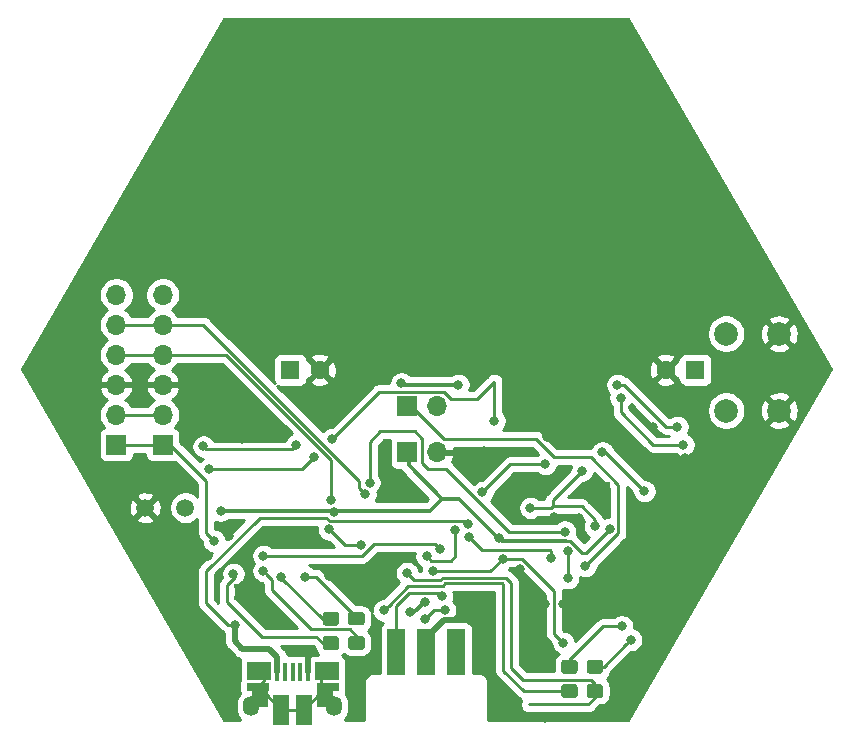
<source format=gtl>
G04 #@! TF.GenerationSoftware,KiCad,Pcbnew,(5.1.5)-3*
G04 #@! TF.CreationDate,2020-08-17T10:15:17+02:00*
G04 #@! TF.ProjectId,Power_module_v1,506f7765-725f-46d6-9f64-756c655f7631,rev?*
G04 #@! TF.SameCoordinates,Original*
G04 #@! TF.FileFunction,Copper,L1,Top*
G04 #@! TF.FilePolarity,Positive*
%FSLAX46Y46*%
G04 Gerber Fmt 4.6, Leading zero omitted, Abs format (unit mm)*
G04 Created by KiCad (PCBNEW (5.1.5)-3) date 2020-08-17 10:15:17*
%MOMM*%
%LPD*%
G04 APERTURE LIST*
%ADD10C,0.100000*%
%ADD11R,1.700000X1.700000*%
%ADD12O,1.700000X1.700000*%
%ADD13R,1.430000X2.500000*%
%ADD14R,2.000000X1.500000*%
%ADD15R,1.350000X2.000000*%
%ADD16R,0.400000X1.650000*%
%ADD17O,1.350000X1.700000*%
%ADD18O,1.100000X1.500000*%
%ADD19R,1.825000X0.700000*%
%ADD20R,1.524000X4.000000*%
%ADD21R,1.600000X1.600000*%
%ADD22C,1.600000*%
%ADD23C,2.000000*%
%ADD24C,1.500000*%
%ADD25C,0.400000*%
%ADD26C,0.800000*%
%ADD27C,0.250000*%
%ADD28C,0.500000*%
%ADD29C,0.350000*%
%ADD30C,0.254000*%
G04 APERTURE END LIST*
G04 #@! TA.AperFunction,SMDPad,CuDef*
D10*
G36*
X114901505Y-100536204D02*
G01*
X114925773Y-100539804D01*
X114949572Y-100545765D01*
X114972671Y-100554030D01*
X114994850Y-100564520D01*
X115015893Y-100577132D01*
X115035599Y-100591747D01*
X115053777Y-100608223D01*
X115070253Y-100626401D01*
X115084868Y-100646107D01*
X115097480Y-100667150D01*
X115107970Y-100689329D01*
X115116235Y-100712428D01*
X115122196Y-100736227D01*
X115125796Y-100760495D01*
X115127000Y-100784999D01*
X115127000Y-101435001D01*
X115125796Y-101459505D01*
X115122196Y-101483773D01*
X115116235Y-101507572D01*
X115107970Y-101530671D01*
X115097480Y-101552850D01*
X115084868Y-101573893D01*
X115070253Y-101593599D01*
X115053777Y-101611777D01*
X115035599Y-101628253D01*
X115015893Y-101642868D01*
X114994850Y-101655480D01*
X114972671Y-101665970D01*
X114949572Y-101674235D01*
X114925773Y-101680196D01*
X114901505Y-101683796D01*
X114877001Y-101685000D01*
X113976999Y-101685000D01*
X113952495Y-101683796D01*
X113928227Y-101680196D01*
X113904428Y-101674235D01*
X113881329Y-101665970D01*
X113859150Y-101655480D01*
X113838107Y-101642868D01*
X113818401Y-101628253D01*
X113800223Y-101611777D01*
X113783747Y-101593599D01*
X113769132Y-101573893D01*
X113756520Y-101552850D01*
X113746030Y-101530671D01*
X113737765Y-101507572D01*
X113731804Y-101483773D01*
X113728204Y-101459505D01*
X113727000Y-101435001D01*
X113727000Y-100784999D01*
X113728204Y-100760495D01*
X113731804Y-100736227D01*
X113737765Y-100712428D01*
X113746030Y-100689329D01*
X113756520Y-100667150D01*
X113769132Y-100646107D01*
X113783747Y-100626401D01*
X113800223Y-100608223D01*
X113818401Y-100591747D01*
X113838107Y-100577132D01*
X113859150Y-100564520D01*
X113881329Y-100554030D01*
X113904428Y-100545765D01*
X113928227Y-100539804D01*
X113952495Y-100536204D01*
X113976999Y-100535000D01*
X114877001Y-100535000D01*
X114901505Y-100536204D01*
G37*
G04 #@! TD.AperFunction*
G04 #@! TA.AperFunction,SMDPad,CuDef*
G36*
X114901505Y-98486204D02*
G01*
X114925773Y-98489804D01*
X114949572Y-98495765D01*
X114972671Y-98504030D01*
X114994850Y-98514520D01*
X115015893Y-98527132D01*
X115035599Y-98541747D01*
X115053777Y-98558223D01*
X115070253Y-98576401D01*
X115084868Y-98596107D01*
X115097480Y-98617150D01*
X115107970Y-98639329D01*
X115116235Y-98662428D01*
X115122196Y-98686227D01*
X115125796Y-98710495D01*
X115127000Y-98734999D01*
X115127000Y-99385001D01*
X115125796Y-99409505D01*
X115122196Y-99433773D01*
X115116235Y-99457572D01*
X115107970Y-99480671D01*
X115097480Y-99502850D01*
X115084868Y-99523893D01*
X115070253Y-99543599D01*
X115053777Y-99561777D01*
X115035599Y-99578253D01*
X115015893Y-99592868D01*
X114994850Y-99605480D01*
X114972671Y-99615970D01*
X114949572Y-99624235D01*
X114925773Y-99630196D01*
X114901505Y-99633796D01*
X114877001Y-99635000D01*
X113976999Y-99635000D01*
X113952495Y-99633796D01*
X113928227Y-99630196D01*
X113904428Y-99624235D01*
X113881329Y-99615970D01*
X113859150Y-99605480D01*
X113838107Y-99592868D01*
X113818401Y-99578253D01*
X113800223Y-99561777D01*
X113783747Y-99543599D01*
X113769132Y-99523893D01*
X113756520Y-99502850D01*
X113746030Y-99480671D01*
X113737765Y-99457572D01*
X113731804Y-99433773D01*
X113728204Y-99409505D01*
X113727000Y-99385001D01*
X113727000Y-98734999D01*
X113728204Y-98710495D01*
X113731804Y-98686227D01*
X113737765Y-98662428D01*
X113746030Y-98639329D01*
X113756520Y-98617150D01*
X113769132Y-98596107D01*
X113783747Y-98576401D01*
X113800223Y-98558223D01*
X113818401Y-98541747D01*
X113838107Y-98527132D01*
X113859150Y-98514520D01*
X113881329Y-98504030D01*
X113904428Y-98495765D01*
X113928227Y-98489804D01*
X113952495Y-98486204D01*
X113976999Y-98485000D01*
X114877001Y-98485000D01*
X114901505Y-98486204D01*
G37*
G04 #@! TD.AperFunction*
G04 #@! TA.AperFunction,SMDPad,CuDef*
G36*
X117060505Y-100527204D02*
G01*
X117084773Y-100530804D01*
X117108572Y-100536765D01*
X117131671Y-100545030D01*
X117153850Y-100555520D01*
X117174893Y-100568132D01*
X117194599Y-100582747D01*
X117212777Y-100599223D01*
X117229253Y-100617401D01*
X117243868Y-100637107D01*
X117256480Y-100658150D01*
X117266970Y-100680329D01*
X117275235Y-100703428D01*
X117281196Y-100727227D01*
X117284796Y-100751495D01*
X117286000Y-100775999D01*
X117286000Y-101426001D01*
X117284796Y-101450505D01*
X117281196Y-101474773D01*
X117275235Y-101498572D01*
X117266970Y-101521671D01*
X117256480Y-101543850D01*
X117243868Y-101564893D01*
X117229253Y-101584599D01*
X117212777Y-101602777D01*
X117194599Y-101619253D01*
X117174893Y-101633868D01*
X117153850Y-101646480D01*
X117131671Y-101656970D01*
X117108572Y-101665235D01*
X117084773Y-101671196D01*
X117060505Y-101674796D01*
X117036001Y-101676000D01*
X116135999Y-101676000D01*
X116111495Y-101674796D01*
X116087227Y-101671196D01*
X116063428Y-101665235D01*
X116040329Y-101656970D01*
X116018150Y-101646480D01*
X115997107Y-101633868D01*
X115977401Y-101619253D01*
X115959223Y-101602777D01*
X115942747Y-101584599D01*
X115928132Y-101564893D01*
X115915520Y-101543850D01*
X115905030Y-101521671D01*
X115896765Y-101498572D01*
X115890804Y-101474773D01*
X115887204Y-101450505D01*
X115886000Y-101426001D01*
X115886000Y-100775999D01*
X115887204Y-100751495D01*
X115890804Y-100727227D01*
X115896765Y-100703428D01*
X115905030Y-100680329D01*
X115915520Y-100658150D01*
X115928132Y-100637107D01*
X115942747Y-100617401D01*
X115959223Y-100599223D01*
X115977401Y-100582747D01*
X115997107Y-100568132D01*
X116018150Y-100555520D01*
X116040329Y-100545030D01*
X116063428Y-100536765D01*
X116087227Y-100530804D01*
X116111495Y-100527204D01*
X116135999Y-100526000D01*
X117036001Y-100526000D01*
X117060505Y-100527204D01*
G37*
G04 #@! TD.AperFunction*
G04 #@! TA.AperFunction,SMDPad,CuDef*
G36*
X117060505Y-98477204D02*
G01*
X117084773Y-98480804D01*
X117108572Y-98486765D01*
X117131671Y-98495030D01*
X117153850Y-98505520D01*
X117174893Y-98518132D01*
X117194599Y-98532747D01*
X117212777Y-98549223D01*
X117229253Y-98567401D01*
X117243868Y-98587107D01*
X117256480Y-98608150D01*
X117266970Y-98630329D01*
X117275235Y-98653428D01*
X117281196Y-98677227D01*
X117284796Y-98701495D01*
X117286000Y-98725999D01*
X117286000Y-99376001D01*
X117284796Y-99400505D01*
X117281196Y-99424773D01*
X117275235Y-99448572D01*
X117266970Y-99471671D01*
X117256480Y-99493850D01*
X117243868Y-99514893D01*
X117229253Y-99534599D01*
X117212777Y-99552777D01*
X117194599Y-99569253D01*
X117174893Y-99583868D01*
X117153850Y-99596480D01*
X117131671Y-99606970D01*
X117108572Y-99615235D01*
X117084773Y-99621196D01*
X117060505Y-99624796D01*
X117036001Y-99626000D01*
X116135999Y-99626000D01*
X116111495Y-99624796D01*
X116087227Y-99621196D01*
X116063428Y-99615235D01*
X116040329Y-99606970D01*
X116018150Y-99596480D01*
X115997107Y-99583868D01*
X115977401Y-99569253D01*
X115959223Y-99552777D01*
X115942747Y-99534599D01*
X115928132Y-99514893D01*
X115915520Y-99493850D01*
X115905030Y-99471671D01*
X115896765Y-99448572D01*
X115890804Y-99424773D01*
X115887204Y-99400505D01*
X115886000Y-99376001D01*
X115886000Y-98725999D01*
X115887204Y-98701495D01*
X115890804Y-98677227D01*
X115896765Y-98653428D01*
X115905030Y-98630329D01*
X115915520Y-98608150D01*
X115928132Y-98587107D01*
X115942747Y-98567401D01*
X115959223Y-98549223D01*
X115977401Y-98532747D01*
X115997107Y-98518132D01*
X116018150Y-98505520D01*
X116040329Y-98495030D01*
X116063428Y-98486765D01*
X116087227Y-98480804D01*
X116111495Y-98477204D01*
X116135999Y-98476000D01*
X117036001Y-98476000D01*
X117060505Y-98477204D01*
G37*
G04 #@! TD.AperFunction*
G04 #@! TA.AperFunction,SMDPad,CuDef*
G36*
X135094505Y-104600204D02*
G01*
X135118773Y-104603804D01*
X135142572Y-104609765D01*
X135165671Y-104618030D01*
X135187850Y-104628520D01*
X135208893Y-104641132D01*
X135228599Y-104655747D01*
X135246777Y-104672223D01*
X135263253Y-104690401D01*
X135277868Y-104710107D01*
X135290480Y-104731150D01*
X135300970Y-104753329D01*
X135309235Y-104776428D01*
X135315196Y-104800227D01*
X135318796Y-104824495D01*
X135320000Y-104848999D01*
X135320000Y-105499001D01*
X135318796Y-105523505D01*
X135315196Y-105547773D01*
X135309235Y-105571572D01*
X135300970Y-105594671D01*
X135290480Y-105616850D01*
X135277868Y-105637893D01*
X135263253Y-105657599D01*
X135246777Y-105675777D01*
X135228599Y-105692253D01*
X135208893Y-105706868D01*
X135187850Y-105719480D01*
X135165671Y-105729970D01*
X135142572Y-105738235D01*
X135118773Y-105744196D01*
X135094505Y-105747796D01*
X135070001Y-105749000D01*
X134169999Y-105749000D01*
X134145495Y-105747796D01*
X134121227Y-105744196D01*
X134097428Y-105738235D01*
X134074329Y-105729970D01*
X134052150Y-105719480D01*
X134031107Y-105706868D01*
X134011401Y-105692253D01*
X133993223Y-105675777D01*
X133976747Y-105657599D01*
X133962132Y-105637893D01*
X133949520Y-105616850D01*
X133939030Y-105594671D01*
X133930765Y-105571572D01*
X133924804Y-105547773D01*
X133921204Y-105523505D01*
X133920000Y-105499001D01*
X133920000Y-104848999D01*
X133921204Y-104824495D01*
X133924804Y-104800227D01*
X133930765Y-104776428D01*
X133939030Y-104753329D01*
X133949520Y-104731150D01*
X133962132Y-104710107D01*
X133976747Y-104690401D01*
X133993223Y-104672223D01*
X134011401Y-104655747D01*
X134031107Y-104641132D01*
X134052150Y-104628520D01*
X134074329Y-104618030D01*
X134097428Y-104609765D01*
X134121227Y-104603804D01*
X134145495Y-104600204D01*
X134169999Y-104599000D01*
X135070001Y-104599000D01*
X135094505Y-104600204D01*
G37*
G04 #@! TD.AperFunction*
G04 #@! TA.AperFunction,SMDPad,CuDef*
G36*
X135094505Y-102550204D02*
G01*
X135118773Y-102553804D01*
X135142572Y-102559765D01*
X135165671Y-102568030D01*
X135187850Y-102578520D01*
X135208893Y-102591132D01*
X135228599Y-102605747D01*
X135246777Y-102622223D01*
X135263253Y-102640401D01*
X135277868Y-102660107D01*
X135290480Y-102681150D01*
X135300970Y-102703329D01*
X135309235Y-102726428D01*
X135315196Y-102750227D01*
X135318796Y-102774495D01*
X135320000Y-102798999D01*
X135320000Y-103449001D01*
X135318796Y-103473505D01*
X135315196Y-103497773D01*
X135309235Y-103521572D01*
X135300970Y-103544671D01*
X135290480Y-103566850D01*
X135277868Y-103587893D01*
X135263253Y-103607599D01*
X135246777Y-103625777D01*
X135228599Y-103642253D01*
X135208893Y-103656868D01*
X135187850Y-103669480D01*
X135165671Y-103679970D01*
X135142572Y-103688235D01*
X135118773Y-103694196D01*
X135094505Y-103697796D01*
X135070001Y-103699000D01*
X134169999Y-103699000D01*
X134145495Y-103697796D01*
X134121227Y-103694196D01*
X134097428Y-103688235D01*
X134074329Y-103679970D01*
X134052150Y-103669480D01*
X134031107Y-103656868D01*
X134011401Y-103642253D01*
X133993223Y-103625777D01*
X133976747Y-103607599D01*
X133962132Y-103587893D01*
X133949520Y-103566850D01*
X133939030Y-103544671D01*
X133930765Y-103521572D01*
X133924804Y-103497773D01*
X133921204Y-103473505D01*
X133920000Y-103449001D01*
X133920000Y-102798999D01*
X133921204Y-102774495D01*
X133924804Y-102750227D01*
X133930765Y-102726428D01*
X133939030Y-102703329D01*
X133949520Y-102681150D01*
X133962132Y-102660107D01*
X133976747Y-102640401D01*
X133993223Y-102622223D01*
X134011401Y-102605747D01*
X134031107Y-102591132D01*
X134052150Y-102578520D01*
X134074329Y-102568030D01*
X134097428Y-102559765D01*
X134121227Y-102553804D01*
X134145495Y-102550204D01*
X134169999Y-102549000D01*
X135070001Y-102549000D01*
X135094505Y-102550204D01*
G37*
G04 #@! TD.AperFunction*
G04 #@! TA.AperFunction,SMDPad,CuDef*
G36*
X137253505Y-104600204D02*
G01*
X137277773Y-104603804D01*
X137301572Y-104609765D01*
X137324671Y-104618030D01*
X137346850Y-104628520D01*
X137367893Y-104641132D01*
X137387599Y-104655747D01*
X137405777Y-104672223D01*
X137422253Y-104690401D01*
X137436868Y-104710107D01*
X137449480Y-104731150D01*
X137459970Y-104753329D01*
X137468235Y-104776428D01*
X137474196Y-104800227D01*
X137477796Y-104824495D01*
X137479000Y-104848999D01*
X137479000Y-105499001D01*
X137477796Y-105523505D01*
X137474196Y-105547773D01*
X137468235Y-105571572D01*
X137459970Y-105594671D01*
X137449480Y-105616850D01*
X137436868Y-105637893D01*
X137422253Y-105657599D01*
X137405777Y-105675777D01*
X137387599Y-105692253D01*
X137367893Y-105706868D01*
X137346850Y-105719480D01*
X137324671Y-105729970D01*
X137301572Y-105738235D01*
X137277773Y-105744196D01*
X137253505Y-105747796D01*
X137229001Y-105749000D01*
X136328999Y-105749000D01*
X136304495Y-105747796D01*
X136280227Y-105744196D01*
X136256428Y-105738235D01*
X136233329Y-105729970D01*
X136211150Y-105719480D01*
X136190107Y-105706868D01*
X136170401Y-105692253D01*
X136152223Y-105675777D01*
X136135747Y-105657599D01*
X136121132Y-105637893D01*
X136108520Y-105616850D01*
X136098030Y-105594671D01*
X136089765Y-105571572D01*
X136083804Y-105547773D01*
X136080204Y-105523505D01*
X136079000Y-105499001D01*
X136079000Y-104848999D01*
X136080204Y-104824495D01*
X136083804Y-104800227D01*
X136089765Y-104776428D01*
X136098030Y-104753329D01*
X136108520Y-104731150D01*
X136121132Y-104710107D01*
X136135747Y-104690401D01*
X136152223Y-104672223D01*
X136170401Y-104655747D01*
X136190107Y-104641132D01*
X136211150Y-104628520D01*
X136233329Y-104618030D01*
X136256428Y-104609765D01*
X136280227Y-104603804D01*
X136304495Y-104600204D01*
X136328999Y-104599000D01*
X137229001Y-104599000D01*
X137253505Y-104600204D01*
G37*
G04 #@! TD.AperFunction*
G04 #@! TA.AperFunction,SMDPad,CuDef*
G36*
X137253505Y-102550204D02*
G01*
X137277773Y-102553804D01*
X137301572Y-102559765D01*
X137324671Y-102568030D01*
X137346850Y-102578520D01*
X137367893Y-102591132D01*
X137387599Y-102605747D01*
X137405777Y-102622223D01*
X137422253Y-102640401D01*
X137436868Y-102660107D01*
X137449480Y-102681150D01*
X137459970Y-102703329D01*
X137468235Y-102726428D01*
X137474196Y-102750227D01*
X137477796Y-102774495D01*
X137479000Y-102798999D01*
X137479000Y-103449001D01*
X137477796Y-103473505D01*
X137474196Y-103497773D01*
X137468235Y-103521572D01*
X137459970Y-103544671D01*
X137449480Y-103566850D01*
X137436868Y-103587893D01*
X137422253Y-103607599D01*
X137405777Y-103625777D01*
X137387599Y-103642253D01*
X137367893Y-103656868D01*
X137346850Y-103669480D01*
X137324671Y-103679970D01*
X137301572Y-103688235D01*
X137277773Y-103694196D01*
X137253505Y-103697796D01*
X137229001Y-103699000D01*
X136328999Y-103699000D01*
X136304495Y-103697796D01*
X136280227Y-103694196D01*
X136256428Y-103688235D01*
X136233329Y-103679970D01*
X136211150Y-103669480D01*
X136190107Y-103656868D01*
X136170401Y-103642253D01*
X136152223Y-103625777D01*
X136135747Y-103607599D01*
X136121132Y-103587893D01*
X136108520Y-103566850D01*
X136098030Y-103544671D01*
X136089765Y-103521572D01*
X136083804Y-103497773D01*
X136080204Y-103473505D01*
X136079000Y-103449001D01*
X136079000Y-102798999D01*
X136080204Y-102774495D01*
X136083804Y-102750227D01*
X136089765Y-102726428D01*
X136098030Y-102703329D01*
X136108520Y-102681150D01*
X136121132Y-102660107D01*
X136135747Y-102640401D01*
X136152223Y-102622223D01*
X136170401Y-102605747D01*
X136190107Y-102591132D01*
X136211150Y-102578520D01*
X136233329Y-102568030D01*
X136256428Y-102559765D01*
X136280227Y-102553804D01*
X136304495Y-102550204D01*
X136328999Y-102549000D01*
X137229001Y-102549000D01*
X137253505Y-102550204D01*
G37*
G04 #@! TD.AperFunction*
D11*
X120904000Y-81026000D03*
D12*
X123444000Y-81026000D03*
D13*
X110228900Y-106746740D03*
D14*
X108338900Y-103496740D03*
D15*
X113938900Y-105546740D03*
X108458900Y-105546740D03*
D16*
X111188900Y-103596740D03*
D17*
X114688900Y-106476740D03*
D18*
X108768900Y-103476740D03*
X113608900Y-103476740D03*
D16*
X112488900Y-103596740D03*
X111838900Y-103596740D03*
D19*
X114188900Y-104796740D03*
D16*
X109888900Y-103596740D03*
D14*
X114088900Y-103476740D03*
D19*
X108238900Y-104796740D03*
D16*
X110538900Y-103596740D03*
D17*
X107688900Y-106476740D03*
D13*
X112148900Y-106746740D03*
D12*
X123444000Y-84963000D03*
D11*
X120904000Y-84963000D03*
X96266000Y-84328000D03*
D12*
X96266000Y-81788000D03*
X96266000Y-79248000D03*
X96266000Y-76708000D03*
X96266000Y-74168000D03*
X96266000Y-71628000D03*
X100203000Y-71628000D03*
X100203000Y-74168000D03*
X100203000Y-76708000D03*
X100203000Y-79248000D03*
X100203000Y-81788000D03*
D11*
X100203000Y-84328000D03*
D20*
X125049280Y-101912420D03*
X122509280Y-101912420D03*
X119969280Y-101912420D03*
D21*
X145288000Y-77978000D03*
D22*
X142788000Y-77978000D03*
X113498000Y-77978000D03*
D21*
X110998000Y-77978000D03*
D23*
X147900000Y-74930000D03*
X152400000Y-74930000D03*
X147900000Y-81430000D03*
X152400000Y-81430000D03*
D24*
X102108000Y-89662000D03*
X98708000Y-89662000D03*
D25*
X137160000Y-89154000D03*
X137160000Y-88392000D03*
X137160000Y-87630000D03*
D26*
X135382000Y-100076000D03*
X137922000Y-98298000D03*
X132588000Y-97790000D03*
X146558000Y-89408000D03*
X132588000Y-107442000D03*
X129540000Y-106426000D03*
D25*
X106426000Y-97282000D03*
X106807000Y-96774000D03*
X106426000Y-96266000D03*
X137922000Y-89154000D03*
X137922000Y-88392000D03*
X136398000Y-89154000D03*
X136398000Y-88392000D03*
X137922000Y-87630000D03*
X136398000Y-87630000D03*
D26*
X130429000Y-94869000D03*
X140208000Y-90932000D03*
X112522000Y-101854000D03*
X127221979Y-99568000D03*
X132715000Y-83693000D03*
X139446000Y-83693000D03*
X142367000Y-89408000D03*
X133350000Y-90424000D03*
X119126000Y-87249000D03*
X118999000Y-85217000D03*
X114300000Y-95453200D03*
X116687600Y-95910400D03*
X135402499Y-90505176D03*
X143256000Y-85471000D03*
X144399000Y-85471000D03*
X142113000Y-85471000D03*
X118872000Y-69723000D03*
X131191000Y-69342000D03*
X106680000Y-50673000D03*
X137541000Y-50927000D03*
X111887000Y-57150000D03*
X126238000Y-57277000D03*
X135636000Y-61722000D03*
X123063000Y-62357000D03*
X115697000Y-61976000D03*
X107061000Y-65278000D03*
X112903000Y-72771000D03*
X123063000Y-73787000D03*
X132588000Y-75438000D03*
X145161000Y-71120000D03*
X143256000Y-69088000D03*
X137795000Y-65786000D03*
X140335000Y-60579000D03*
X135128000Y-54991000D03*
X122428000Y-50927000D03*
X118110000Y-56388000D03*
X100711000Y-64516000D03*
X108458000Y-73660000D03*
X104394000Y-69977000D03*
X105664000Y-79502000D03*
X106934000Y-83820000D03*
X96266000Y-87630000D03*
X104394000Y-101981000D03*
X116840000Y-103124000D03*
X112141000Y-92583000D03*
X141097000Y-103124000D03*
X148082000Y-92075000D03*
X150241000Y-87249000D03*
X114554000Y-82296000D03*
X92329000Y-75819000D03*
X91948000Y-79375000D03*
X101981000Y-87376000D03*
X129159000Y-63119000D03*
X125603000Y-68199000D03*
X137541000Y-71247000D03*
X127381000Y-84836000D03*
X107569000Y-94615000D03*
X104013000Y-93726000D03*
X102870000Y-93472000D03*
X102489000Y-92329000D03*
X101854000Y-93472000D03*
X100965000Y-94107000D03*
X101219000Y-92456000D03*
X141723000Y-82804000D03*
X138287393Y-104282607D03*
X119761000Y-88011000D03*
X134112000Y-97790000D03*
X147574000Y-84074000D03*
X131318000Y-102108000D03*
X129032000Y-85090000D03*
X105791000Y-92065680D03*
X106290000Y-99568000D03*
X132588000Y-85979000D03*
X126034800Y-91033600D03*
X127254000Y-88341200D03*
X138049000Y-91440000D03*
X128651000Y-92202000D03*
X114680996Y-90043000D03*
X105119010Y-89902941D03*
X135984000Y-94615000D03*
X125222000Y-79248000D03*
X120396000Y-79121000D03*
X122359930Y-97600033D03*
X121146637Y-98485063D03*
X138684000Y-79248000D03*
X143773000Y-82804000D03*
X133049000Y-93919000D03*
X126111000Y-92153998D03*
X135728996Y-86519010D03*
X131318000Y-89662000D03*
X136795409Y-91225751D03*
X106172000Y-95250000D03*
X110236000Y-95486000D03*
X112268000Y-95486000D03*
X118911000Y-98354002D03*
X139065010Y-99695000D03*
X120890990Y-95202315D03*
X139827000Y-100838000D03*
X123825012Y-97155000D03*
X124079000Y-98298000D03*
X122411854Y-99050045D03*
X123647200Y-93116396D03*
X108712000Y-93725998D03*
X104521000Y-92456000D03*
X111506000Y-84328000D03*
X103632000Y-84464000D03*
X114427000Y-89027000D03*
X116950042Y-92803246D03*
X114286990Y-91493011D03*
X117348000Y-88519000D03*
X123083045Y-95019937D03*
X134112000Y-101092000D03*
X128968964Y-93980000D03*
X140970000Y-88265000D03*
X137413980Y-84963000D03*
X134493000Y-95631000D03*
X134493000Y-93345000D03*
X117703600Y-87528400D03*
X134239000Y-91680990D03*
X124974150Y-91503988D03*
X122529600Y-93776800D03*
X138953628Y-80359658D03*
X144272000Y-84328000D03*
X108712000Y-94996000D03*
X128270000Y-82296000D03*
X114554000Y-83820000D03*
X113030000Y-85344000D03*
X104140000Y-86360000D03*
D27*
X96266000Y-79248000D02*
X100203000Y-79248000D01*
D28*
X112488900Y-101887100D02*
X112522000Y-101854000D01*
X112488900Y-103596740D02*
X112488900Y-101887100D01*
X124015699Y-99168001D02*
X126821980Y-99168001D01*
X122509280Y-100674420D02*
X124015699Y-99168001D01*
X126821980Y-99168001D02*
X127221979Y-99568000D01*
X122509280Y-101912420D02*
X122509280Y-100674420D01*
D27*
X119126000Y-87249000D02*
X119126000Y-85344000D01*
X119126000Y-85344000D02*
X118999000Y-85217000D01*
X114300000Y-95453200D02*
X116230400Y-95453200D01*
X116230400Y-95453200D02*
X116687600Y-95910400D01*
X135321323Y-90424000D02*
X135402499Y-90505176D01*
X133350000Y-90424000D02*
X135321323Y-90424000D01*
X137862421Y-104282607D02*
X138287393Y-104282607D01*
X139520393Y-104282607D02*
X139917000Y-103886000D01*
X138287393Y-104282607D02*
X139520393Y-104282607D01*
X106290000Y-99686000D02*
X106290000Y-99568000D01*
D28*
X109888900Y-102271740D02*
X109217160Y-101600000D01*
X109888900Y-103596740D02*
X109888900Y-102271740D01*
X109217160Y-101600000D02*
X106934000Y-101600000D01*
X106290000Y-100956000D02*
X106290000Y-99568000D01*
X106934000Y-101600000D02*
X106290000Y-100956000D01*
D27*
X127653999Y-87941201D02*
X127254000Y-88341200D01*
X132588000Y-85979000D02*
X129616200Y-85979000D01*
X129616200Y-85979000D02*
X127653999Y-87941201D01*
X125769204Y-90768004D02*
X126034800Y-91033600D01*
X114058008Y-90493010D02*
X114333002Y-90768004D01*
X114333002Y-90768004D02*
X125769204Y-90768004D01*
X106290000Y-99568000D02*
X105715000Y-99568000D01*
X105715000Y-99568000D02*
X103886000Y-97739000D01*
X103886000Y-97739000D02*
X103886000Y-94996000D01*
X108388990Y-90493010D02*
X114058008Y-90493010D01*
X103886000Y-94996000D02*
X108388990Y-90493010D01*
D29*
X121031000Y-84963000D02*
X121031000Y-86063000D01*
D27*
X128646531Y-92197531D02*
X128651000Y-92202000D01*
D29*
X121031000Y-86063000D02*
X123825000Y-88900000D01*
D27*
X128519531Y-92197531D02*
X128646531Y-92197531D01*
X128646531Y-92197531D02*
X128905000Y-92456000D01*
D29*
X128519531Y-92117327D02*
X128519531Y-92197531D01*
X123825000Y-88900000D02*
X125302204Y-88900000D01*
X125302204Y-88900000D02*
X128519531Y-92117327D01*
X128905000Y-92456000D02*
X134366000Y-92456000D01*
D27*
X134677002Y-92456000D02*
X134366000Y-92456000D01*
X135693002Y-93472000D02*
X134677002Y-92456000D01*
X138049000Y-91440000D02*
X136017000Y-93472000D01*
X136017000Y-93472000D02*
X135693002Y-93472000D01*
D29*
X105684695Y-89902941D02*
X105119010Y-89902941D01*
X123825000Y-88900000D02*
X122822059Y-89902941D01*
X122822059Y-89902941D02*
X105684695Y-89902941D01*
D27*
X120904000Y-81026000D02*
X121158000Y-81026000D01*
X121246002Y-81026000D02*
X124040002Y-83820000D01*
X121158000Y-81026000D02*
X121246002Y-81026000D01*
X131768998Y-83820000D02*
X133292998Y-85344000D01*
X124040002Y-83820000D02*
X131768998Y-83820000D01*
X133292998Y-85344000D02*
X133313001Y-85364003D01*
X138774001Y-91824999D02*
X135984000Y-94615000D01*
X138774001Y-87704999D02*
X138774001Y-91824999D01*
X136413002Y-85344000D02*
X138774001Y-87704999D01*
X133292998Y-85344000D02*
X136413002Y-85344000D01*
D29*
X125222000Y-79248000D02*
X124656315Y-79248000D01*
X124656315Y-79248000D02*
X120523000Y-79248000D01*
D27*
X120523000Y-79248000D02*
X120396000Y-79121000D01*
X97468081Y-81788000D02*
X100203000Y-81788000D01*
X96266000Y-81788000D02*
X97468081Y-81788000D01*
D29*
X122359930Y-97600033D02*
X121474900Y-98485063D01*
D27*
X121474900Y-98485063D02*
X121146637Y-98485063D01*
X138684000Y-79248000D02*
X139249685Y-79248000D01*
X142805685Y-82804000D02*
X143773000Y-82804000D01*
X139249685Y-79248000D02*
X142805685Y-82804000D01*
X127212001Y-93254999D02*
X126111000Y-92153998D01*
X133049000Y-93919000D02*
X133049000Y-93344000D01*
X132959999Y-93254999D02*
X127212001Y-93254999D01*
X133049000Y-93344000D02*
X132959999Y-93254999D01*
X133223000Y-89025006D02*
X135728996Y-86519010D01*
X133223000Y-89535000D02*
X133223000Y-89025006D01*
X133096000Y-89662000D02*
X131883685Y-89662000D01*
X131883685Y-89662000D02*
X131318000Y-89662000D01*
X133223000Y-89535000D02*
X133096000Y-89662000D01*
X136795409Y-90660066D02*
X136795409Y-91225751D01*
X133223000Y-89535000D02*
X135670344Y-89535000D01*
X135670344Y-89535000D02*
X136795409Y-90660066D01*
X105664000Y-96181998D02*
X106299000Y-95546998D01*
X114427000Y-101110000D02*
X113727000Y-101110000D01*
X113727000Y-101110000D02*
X113201000Y-100584000D01*
X113201000Y-100584000D02*
X108610400Y-100584000D01*
X108610400Y-100584000D02*
X105664000Y-97637600D01*
X105664000Y-97637600D02*
X105664000Y-96181998D01*
X110236000Y-95569000D02*
X110236000Y-95486000D01*
X113727000Y-99060000D02*
X110236000Y-95569000D01*
X114427000Y-99060000D02*
X113727000Y-99060000D01*
X113164400Y-95486000D02*
X112268000Y-95486000D01*
X116586000Y-99051000D02*
X116586000Y-98907600D01*
X116586000Y-98907600D02*
X113164400Y-95486000D01*
X119310999Y-97954003D02*
X118911000Y-98354002D01*
X120999002Y-96266000D02*
X119310999Y-97954003D01*
X123883413Y-96266000D02*
X120999002Y-96266000D01*
X129032000Y-96139000D02*
X128937012Y-96044012D01*
X128937012Y-96044012D02*
X124105401Y-96044012D01*
X134620000Y-105174000D02*
X130763810Y-105174000D01*
X124105401Y-96044012D02*
X123883413Y-96266000D01*
X129032000Y-103442190D02*
X129032000Y-96139000D01*
X130763810Y-105174000D02*
X129032000Y-103442190D01*
X138499325Y-99695000D02*
X139065010Y-99695000D01*
X137474000Y-99695000D02*
X138499325Y-99695000D01*
X134620000Y-102549000D02*
X137474000Y-99695000D01*
X134620000Y-103124000D02*
X134620000Y-102549000D01*
X136779000Y-105749000D02*
X136229000Y-106299000D01*
X136779000Y-105174000D02*
X136779000Y-105749000D01*
X136229000Y-106299000D02*
X131191000Y-106299000D01*
X136453990Y-104273990D02*
X130689990Y-104273990D01*
X129667000Y-103251000D02*
X129667000Y-96012000D01*
X129667000Y-96012000D02*
X129249001Y-95594001D01*
X123919001Y-95594001D02*
X123697013Y-95815989D01*
X121290989Y-95602314D02*
X120890990Y-95202315D01*
X121504664Y-95815989D02*
X121290989Y-95602314D01*
X123697013Y-95815989D02*
X121504664Y-95815989D01*
X130689990Y-104273990D02*
X129667000Y-103251000D01*
X136779000Y-104599000D02*
X136453990Y-104273990D01*
X136779000Y-105174000D02*
X136779000Y-104599000D01*
X129249001Y-95594001D02*
X123919001Y-95594001D01*
X137541000Y-103124000D02*
X139427001Y-101237999D01*
X136779000Y-103124000D02*
X137541000Y-103124000D01*
X139427001Y-101237999D02*
X139827000Y-100838000D01*
X121056977Y-96875023D02*
X119969280Y-97962720D01*
X119969280Y-97962720D02*
X119969280Y-101912420D01*
X123545035Y-96875023D02*
X121056977Y-96875023D01*
X123825012Y-97155000D02*
X123545035Y-96875023D01*
X124079000Y-98298000D02*
X123163899Y-98298000D01*
X123163899Y-98298000D02*
X122411854Y-99050045D01*
X113608900Y-103476740D02*
X114088900Y-103476740D01*
X114688900Y-106296740D02*
X113938900Y-105546740D01*
X114688900Y-106476740D02*
X114688900Y-106296740D01*
X107688900Y-106316740D02*
X108458900Y-105546740D01*
X107688900Y-106476740D02*
X107688900Y-106316740D01*
X108748900Y-103496740D02*
X108768900Y-103476740D01*
X108338900Y-103496740D02*
X108748900Y-103496740D01*
X108768900Y-104266740D02*
X108238900Y-104796740D01*
X108768900Y-103476740D02*
X108768900Y-104266740D01*
X109028900Y-105546740D02*
X110228900Y-106746740D01*
X108458900Y-105546740D02*
X109028900Y-105546740D01*
X110228900Y-106746740D02*
X112148900Y-106746740D01*
X113348900Y-105546740D02*
X112148900Y-106746740D01*
X113938900Y-105546740D02*
X113348900Y-105546740D01*
X113608900Y-105216740D02*
X113938900Y-105546740D01*
X113608900Y-103476740D02*
X113608900Y-105216740D01*
X97466000Y-84328000D02*
X100203000Y-84328000D01*
X96266000Y-84328000D02*
X97466000Y-84328000D01*
X117100292Y-93725998D02*
X109277685Y-93725998D01*
X109277685Y-93725998D02*
X108712000Y-93725998D01*
X118109893Y-92716397D02*
X117100292Y-93725998D01*
X123247201Y-92716397D02*
X118109893Y-92716397D01*
X123647200Y-93116396D02*
X123247201Y-92716397D01*
X103895999Y-84727999D02*
X103632000Y-84464000D01*
X111106001Y-84727999D02*
X103895999Y-84727999D01*
X111506000Y-84328000D02*
X111106001Y-84727999D01*
X103886000Y-91821000D02*
X104521000Y-92456000D01*
X103886000Y-87376000D02*
X103886000Y-91821000D01*
X100203000Y-84328000D02*
X100838000Y-84328000D01*
X100838000Y-84328000D02*
X103886000Y-87376000D01*
X96266000Y-76708000D02*
X100203000Y-76708000D01*
X114427000Y-89027000D02*
X114427000Y-85598000D01*
X105537000Y-76708000D02*
X100203000Y-76708000D01*
X114427000Y-85598000D02*
X105537000Y-76708000D01*
X116950042Y-92803246D02*
X115597225Y-92803246D01*
X115597225Y-92803246D02*
X114286990Y-91493011D01*
X97468081Y-74168000D02*
X100203000Y-74168000D01*
X96266000Y-74168000D02*
X97468081Y-74168000D01*
X116826199Y-87360789D02*
X103633410Y-74168000D01*
X116826199Y-87997199D02*
X116826199Y-87360789D01*
X117348000Y-88519000D02*
X116826199Y-87997199D01*
X101405081Y-74168000D02*
X100203000Y-74168000D01*
X103633410Y-74168000D02*
X101405081Y-74168000D01*
X129534649Y-93980000D02*
X128968964Y-93980000D01*
X130613002Y-93980000D02*
X129534649Y-93980000D01*
X133350000Y-96716998D02*
X130613002Y-93980000D01*
X133350000Y-100330000D02*
X133350000Y-96716998D01*
X127929027Y-95019937D02*
X128968964Y-93980000D01*
X123083045Y-95019937D02*
X127929027Y-95019937D01*
X134112000Y-101092000D02*
X133350000Y-100330000D01*
X140970000Y-88265000D02*
X137668000Y-84963000D01*
X137668000Y-84963000D02*
X137413980Y-84963000D01*
X134493000Y-95631000D02*
X134493000Y-93345000D01*
X124574203Y-94176799D02*
X122929599Y-94176799D01*
X124974150Y-91503988D02*
X124974150Y-93776852D01*
X124974150Y-93776852D02*
X124574203Y-94176799D01*
X122929599Y-94176799D02*
X122529600Y-93776800D01*
X141732000Y-84328000D02*
X144272000Y-84328000D01*
X138953628Y-80359658D02*
X138953628Y-81549628D01*
X138953628Y-81549628D02*
X141732000Y-84328000D01*
X116020010Y-99960010D02*
X112787010Y-99960010D01*
X116586000Y-101101000D02*
X116586000Y-100526000D01*
X116586000Y-100526000D02*
X116020010Y-99960010D01*
X112787010Y-99960010D02*
X109474000Y-96647000D01*
X109474000Y-96647000D02*
X109474000Y-95816743D01*
X109474000Y-95816743D02*
X108922075Y-95264818D01*
X128270000Y-82296000D02*
X128270000Y-78994000D01*
X126802001Y-80461999D02*
X124619001Y-80461999D01*
X128270000Y-78994000D02*
X126802001Y-80461999D01*
X118523001Y-79850999D02*
X114554000Y-83820000D01*
X124619001Y-80461999D02*
X124008001Y-79850999D01*
X124008001Y-79850999D02*
X118523001Y-79850999D01*
X113030000Y-85344000D02*
X112014000Y-86360000D01*
X112014000Y-86360000D02*
X104140000Y-86360000D01*
X122174000Y-85852000D02*
X122682000Y-86360000D01*
X122682000Y-86360000D02*
X124199796Y-86360000D01*
X122174000Y-83820998D02*
X122174000Y-85852000D01*
X121538002Y-83185000D02*
X122174000Y-83820998D01*
X133673315Y-91680990D02*
X134239000Y-91680990D01*
X129520786Y-91680990D02*
X133673315Y-91680990D01*
X117703600Y-87528400D02*
X117703600Y-84099400D01*
X117703600Y-84099400D02*
X118618000Y-83185000D01*
X118618000Y-83185000D02*
X121538002Y-83185000D01*
X124199796Y-86360000D02*
X129520786Y-91680990D01*
D30*
G36*
X156737896Y-77941800D02*
G01*
X139618951Y-107592500D01*
X127731120Y-107592500D01*
X127731120Y-104369099D01*
X127734313Y-104336680D01*
X127721570Y-104207297D01*
X127683830Y-104082887D01*
X127622545Y-103968230D01*
X127540068Y-103867732D01*
X127439570Y-103785255D01*
X127324913Y-103723970D01*
X127200503Y-103686230D01*
X127103539Y-103676680D01*
X127071120Y-103673487D01*
X127038701Y-103676680D01*
X126449352Y-103676680D01*
X126449352Y-99912420D01*
X126437092Y-99787938D01*
X126400782Y-99668240D01*
X126341817Y-99557926D01*
X126262465Y-99461235D01*
X126165774Y-99381883D01*
X126055460Y-99322918D01*
X125935762Y-99286608D01*
X125811280Y-99274348D01*
X124426473Y-99274348D01*
X124569256Y-99215205D01*
X124738774Y-99101937D01*
X124882937Y-98957774D01*
X124996205Y-98788256D01*
X125074226Y-98599898D01*
X125114000Y-98399939D01*
X125114000Y-98196061D01*
X125074226Y-97996102D01*
X124996205Y-97807744D01*
X124882937Y-97638226D01*
X124785492Y-97540781D01*
X124820238Y-97456898D01*
X124860012Y-97256939D01*
X124860012Y-97053061D01*
X124820238Y-96853102D01*
X124799904Y-96804012D01*
X128272001Y-96804012D01*
X128272000Y-103404867D01*
X128268324Y-103442190D01*
X128272000Y-103479512D01*
X128272000Y-103479522D01*
X128282997Y-103591175D01*
X128323279Y-103723970D01*
X128326454Y-103734436D01*
X128397026Y-103866466D01*
X128410177Y-103882490D01*
X128491999Y-103982191D01*
X128521003Y-104005994D01*
X130200011Y-105685003D01*
X130223809Y-105714001D01*
X130339534Y-105808974D01*
X130471563Y-105879546D01*
X130542024Y-105900920D01*
X130485454Y-106006753D01*
X130441997Y-106150014D01*
X130427323Y-106299000D01*
X130441997Y-106447986D01*
X130485454Y-106591247D01*
X130556026Y-106723276D01*
X130650999Y-106839001D01*
X130766724Y-106933974D01*
X130898753Y-107004546D01*
X131042014Y-107048003D01*
X131153667Y-107059000D01*
X136191678Y-107059000D01*
X136229000Y-107062676D01*
X136266322Y-107059000D01*
X136266333Y-107059000D01*
X136377986Y-107048003D01*
X136521247Y-107004546D01*
X136653276Y-106933974D01*
X136769001Y-106839001D01*
X136792803Y-106809998D01*
X137215731Y-106387072D01*
X137229001Y-106387072D01*
X137402255Y-106370008D01*
X137568851Y-106319472D01*
X137722387Y-106237405D01*
X137856962Y-106126962D01*
X137967405Y-105992387D01*
X138049472Y-105838851D01*
X138100008Y-105672255D01*
X138117072Y-105499001D01*
X138117072Y-104848999D01*
X138100008Y-104675745D01*
X138049472Y-104509149D01*
X137967405Y-104355613D01*
X137856962Y-104221038D01*
X137769184Y-104149000D01*
X137856962Y-104076962D01*
X137967405Y-103942387D01*
X138049472Y-103788851D01*
X138091064Y-103651739D01*
X138104804Y-103634997D01*
X139866802Y-101873000D01*
X139928939Y-101873000D01*
X140128898Y-101833226D01*
X140317256Y-101755205D01*
X140486774Y-101641937D01*
X140630937Y-101497774D01*
X140744205Y-101328256D01*
X140822226Y-101139898D01*
X140862000Y-100939939D01*
X140862000Y-100736061D01*
X140822226Y-100536102D01*
X140744205Y-100347744D01*
X140630937Y-100178226D01*
X140486774Y-100034063D01*
X140317256Y-99920795D01*
X140128898Y-99842774D01*
X140092339Y-99835502D01*
X140100010Y-99796939D01*
X140100010Y-99593061D01*
X140060236Y-99393102D01*
X139982215Y-99204744D01*
X139868947Y-99035226D01*
X139724784Y-98891063D01*
X139555266Y-98777795D01*
X139366908Y-98699774D01*
X139166949Y-98660000D01*
X138963071Y-98660000D01*
X138763112Y-98699774D01*
X138574754Y-98777795D01*
X138405236Y-98891063D01*
X138361299Y-98935000D01*
X137511333Y-98935000D01*
X137474000Y-98931323D01*
X137436667Y-98935000D01*
X137325014Y-98945997D01*
X137181753Y-98989454D01*
X137049724Y-99060026D01*
X136933999Y-99154999D01*
X136910201Y-99183997D01*
X135139889Y-100954310D01*
X135107226Y-100790102D01*
X135029205Y-100601744D01*
X134915937Y-100432226D01*
X134771774Y-100288063D01*
X134602256Y-100174795D01*
X134413898Y-100096774D01*
X134213939Y-100057000D01*
X134151801Y-100057000D01*
X134110000Y-100015199D01*
X134110000Y-96754323D01*
X134113676Y-96716998D01*
X134110000Y-96679673D01*
X134110000Y-96679665D01*
X134101063Y-96588930D01*
X134191102Y-96626226D01*
X134391061Y-96666000D01*
X134594939Y-96666000D01*
X134794898Y-96626226D01*
X134983256Y-96548205D01*
X135152774Y-96434937D01*
X135296937Y-96290774D01*
X135410205Y-96121256D01*
X135488226Y-95932898D01*
X135528000Y-95732939D01*
X135528000Y-95546394D01*
X135682102Y-95610226D01*
X135882061Y-95650000D01*
X136085939Y-95650000D01*
X136285898Y-95610226D01*
X136474256Y-95532205D01*
X136643774Y-95418937D01*
X136787937Y-95274774D01*
X136901205Y-95105256D01*
X136979226Y-94916898D01*
X137019000Y-94716939D01*
X137019000Y-94654801D01*
X139285004Y-92388798D01*
X139314002Y-92365000D01*
X139408975Y-92249275D01*
X139479547Y-92117246D01*
X139523004Y-91973985D01*
X139534001Y-91862332D01*
X139534001Y-91862323D01*
X139537677Y-91825000D01*
X139534001Y-91787677D01*
X139534001Y-87903803D01*
X139935000Y-88304802D01*
X139935000Y-88366939D01*
X139974774Y-88566898D01*
X140052795Y-88755256D01*
X140166063Y-88924774D01*
X140310226Y-89068937D01*
X140479744Y-89182205D01*
X140668102Y-89260226D01*
X140868061Y-89300000D01*
X141071939Y-89300000D01*
X141271898Y-89260226D01*
X141460256Y-89182205D01*
X141629774Y-89068937D01*
X141773937Y-88924774D01*
X141887205Y-88755256D01*
X141965226Y-88566898D01*
X142005000Y-88366939D01*
X142005000Y-88163061D01*
X141965226Y-87963102D01*
X141887205Y-87774744D01*
X141773937Y-87605226D01*
X141629774Y-87461063D01*
X141460256Y-87347795D01*
X141271898Y-87269774D01*
X141071939Y-87230000D01*
X141009802Y-87230000D01*
X138386793Y-84606991D01*
X138331185Y-84472744D01*
X138217917Y-84303226D01*
X138073754Y-84159063D01*
X137904236Y-84045795D01*
X137715878Y-83967774D01*
X137515919Y-83928000D01*
X137312041Y-83928000D01*
X137112082Y-83967774D01*
X136923724Y-84045795D01*
X136754206Y-84159063D01*
X136610043Y-84303226D01*
X136496775Y-84472744D01*
X136450677Y-84584034D01*
X136450335Y-84584000D01*
X136450324Y-84584000D01*
X136413002Y-84580324D01*
X136375680Y-84584000D01*
X133607801Y-84584000D01*
X132332801Y-83309002D01*
X132308999Y-83279999D01*
X132193274Y-83185026D01*
X132061245Y-83114454D01*
X131917984Y-83070997D01*
X131806331Y-83060000D01*
X131806320Y-83060000D01*
X131768998Y-83056324D01*
X131731676Y-83060000D01*
X128969711Y-83060000D01*
X129073937Y-82955774D01*
X129187205Y-82786256D01*
X129265226Y-82597898D01*
X129305000Y-82397939D01*
X129305000Y-82194061D01*
X129265226Y-81994102D01*
X129187205Y-81805744D01*
X129073937Y-81636226D01*
X129030000Y-81592289D01*
X129030000Y-79146061D01*
X137649000Y-79146061D01*
X137649000Y-79349939D01*
X137688774Y-79549898D01*
X137766795Y-79738256D01*
X137880063Y-79907774D01*
X137979387Y-80007098D01*
X137958402Y-80057760D01*
X137918628Y-80257719D01*
X137918628Y-80461597D01*
X137958402Y-80661556D01*
X138036423Y-80849914D01*
X138149691Y-81019432D01*
X138193629Y-81063370D01*
X138193629Y-81512296D01*
X138189952Y-81549628D01*
X138193629Y-81586961D01*
X138203669Y-81688892D01*
X138204626Y-81698613D01*
X138248082Y-81841874D01*
X138318654Y-81973904D01*
X138376181Y-82044000D01*
X138413628Y-82089629D01*
X138442626Y-82113427D01*
X141168200Y-84839002D01*
X141191999Y-84868001D01*
X141307724Y-84962974D01*
X141439753Y-85033546D01*
X141583014Y-85077003D01*
X141694667Y-85088000D01*
X141694676Y-85088000D01*
X141731999Y-85091676D01*
X141769322Y-85088000D01*
X143568289Y-85088000D01*
X143612226Y-85131937D01*
X143781744Y-85245205D01*
X143970102Y-85323226D01*
X144170061Y-85363000D01*
X144373939Y-85363000D01*
X144573898Y-85323226D01*
X144762256Y-85245205D01*
X144931774Y-85131937D01*
X145075937Y-84987774D01*
X145189205Y-84818256D01*
X145267226Y-84629898D01*
X145307000Y-84429939D01*
X145307000Y-84226061D01*
X145267226Y-84026102D01*
X145189205Y-83837744D01*
X145075937Y-83668226D01*
X144931774Y-83524063D01*
X144762256Y-83410795D01*
X144644835Y-83362157D01*
X144690205Y-83294256D01*
X144768226Y-83105898D01*
X144808000Y-82905939D01*
X144808000Y-82702061D01*
X144768226Y-82502102D01*
X144690205Y-82313744D01*
X144576937Y-82144226D01*
X144432774Y-82000063D01*
X144263256Y-81886795D01*
X144074898Y-81808774D01*
X143874939Y-81769000D01*
X143671061Y-81769000D01*
X143471102Y-81808774D01*
X143282744Y-81886795D01*
X143113226Y-82000063D01*
X143094888Y-82018401D01*
X142345454Y-81268967D01*
X146265000Y-81268967D01*
X146265000Y-81591033D01*
X146327832Y-81906912D01*
X146451082Y-82204463D01*
X146630013Y-82472252D01*
X146857748Y-82699987D01*
X147125537Y-82878918D01*
X147423088Y-83002168D01*
X147738967Y-83065000D01*
X148061033Y-83065000D01*
X148376912Y-83002168D01*
X148674463Y-82878918D01*
X148942252Y-82699987D01*
X149076826Y-82565413D01*
X151444192Y-82565413D01*
X151539956Y-82829814D01*
X151829571Y-82970704D01*
X152141108Y-83052384D01*
X152462595Y-83071718D01*
X152781675Y-83027961D01*
X153086088Y-82922795D01*
X153260044Y-82829814D01*
X153355808Y-82565413D01*
X152400000Y-81609605D01*
X151444192Y-82565413D01*
X149076826Y-82565413D01*
X149169987Y-82472252D01*
X149348918Y-82204463D01*
X149472168Y-81906912D01*
X149535000Y-81591033D01*
X149535000Y-81492595D01*
X150758282Y-81492595D01*
X150802039Y-81811675D01*
X150907205Y-82116088D01*
X151000186Y-82290044D01*
X151264587Y-82385808D01*
X152220395Y-81430000D01*
X152579605Y-81430000D01*
X153535413Y-82385808D01*
X153799814Y-82290044D01*
X153940704Y-82000429D01*
X154022384Y-81688892D01*
X154041718Y-81367405D01*
X153997961Y-81048325D01*
X153892795Y-80743912D01*
X153799814Y-80569956D01*
X153535413Y-80474192D01*
X152579605Y-81430000D01*
X152220395Y-81430000D01*
X151264587Y-80474192D01*
X151000186Y-80569956D01*
X150859296Y-80859571D01*
X150777616Y-81171108D01*
X150758282Y-81492595D01*
X149535000Y-81492595D01*
X149535000Y-81268967D01*
X149472168Y-80953088D01*
X149348918Y-80655537D01*
X149169987Y-80387748D01*
X149076826Y-80294587D01*
X151444192Y-80294587D01*
X152400000Y-81250395D01*
X153355808Y-80294587D01*
X153260044Y-80030186D01*
X152970429Y-79889296D01*
X152658892Y-79807616D01*
X152337405Y-79788282D01*
X152018325Y-79832039D01*
X151713912Y-79937205D01*
X151539956Y-80030186D01*
X151444192Y-80294587D01*
X149076826Y-80294587D01*
X148942252Y-80160013D01*
X148674463Y-79981082D01*
X148376912Y-79857832D01*
X148061033Y-79795000D01*
X147738967Y-79795000D01*
X147423088Y-79857832D01*
X147125537Y-79981082D01*
X146857748Y-80160013D01*
X146630013Y-80387748D01*
X146451082Y-80655537D01*
X146327832Y-80953088D01*
X146265000Y-81268967D01*
X142345454Y-81268967D01*
X140047189Y-78970702D01*
X141974903Y-78970702D01*
X142046486Y-79214671D01*
X142301996Y-79335571D01*
X142576184Y-79404300D01*
X142858512Y-79418217D01*
X143138130Y-79376787D01*
X143404292Y-79281603D01*
X143529514Y-79214671D01*
X143601097Y-78970702D01*
X142788000Y-78157605D01*
X141974903Y-78970702D01*
X140047189Y-78970702D01*
X139813489Y-78737003D01*
X139789686Y-78707999D01*
X139673961Y-78613026D01*
X139541932Y-78542454D01*
X139398724Y-78499013D01*
X139343774Y-78444063D01*
X139174256Y-78330795D01*
X138985898Y-78252774D01*
X138785939Y-78213000D01*
X138582061Y-78213000D01*
X138382102Y-78252774D01*
X138193744Y-78330795D01*
X138024226Y-78444063D01*
X137880063Y-78588226D01*
X137766795Y-78757744D01*
X137688774Y-78946102D01*
X137649000Y-79146061D01*
X129030000Y-79146061D01*
X129030000Y-79031324D01*
X129033676Y-78994001D01*
X129030000Y-78956678D01*
X129030000Y-78956667D01*
X129019003Y-78845014D01*
X128975546Y-78701753D01*
X128904974Y-78569724D01*
X128810001Y-78453999D01*
X128694276Y-78359026D01*
X128562247Y-78288454D01*
X128418986Y-78244997D01*
X128270000Y-78230323D01*
X128121015Y-78244997D01*
X128040132Y-78269532D01*
X127977753Y-78288454D01*
X127845723Y-78359026D01*
X127758997Y-78430201D01*
X127758993Y-78430205D01*
X127730000Y-78453999D01*
X127706206Y-78482992D01*
X126487200Y-79701999D01*
X126154223Y-79701999D01*
X126217226Y-79549898D01*
X126257000Y-79349939D01*
X126257000Y-79146061D01*
X126217226Y-78946102D01*
X126139205Y-78757744D01*
X126025937Y-78588226D01*
X125881774Y-78444063D01*
X125712256Y-78330795D01*
X125523898Y-78252774D01*
X125323939Y-78213000D01*
X125120061Y-78213000D01*
X124920102Y-78252774D01*
X124731744Y-78330795D01*
X124571300Y-78438000D01*
X121176711Y-78438000D01*
X121055774Y-78317063D01*
X120886256Y-78203795D01*
X120697898Y-78125774D01*
X120497939Y-78086000D01*
X120294061Y-78086000D01*
X120094102Y-78125774D01*
X119905744Y-78203795D01*
X119736226Y-78317063D01*
X119592063Y-78461226D01*
X119478795Y-78630744D01*
X119400774Y-78819102D01*
X119361000Y-79019061D01*
X119361000Y-79090999D01*
X118560323Y-79090999D01*
X118523000Y-79087323D01*
X118485677Y-79090999D01*
X118485668Y-79090999D01*
X118374015Y-79101996D01*
X118230754Y-79145453D01*
X118098724Y-79216025D01*
X118018818Y-79281603D01*
X117983000Y-79310998D01*
X117959202Y-79339996D01*
X114514199Y-82785000D01*
X114452061Y-82785000D01*
X114252102Y-82824774D01*
X114063744Y-82902795D01*
X113894226Y-83016063D01*
X113750063Y-83160226D01*
X113730186Y-83189974D01*
X109854768Y-79314557D01*
X109953820Y-79367502D01*
X110073518Y-79403812D01*
X110198000Y-79416072D01*
X111798000Y-79416072D01*
X111922482Y-79403812D01*
X112042180Y-79367502D01*
X112152494Y-79308537D01*
X112249185Y-79229185D01*
X112328537Y-79132494D01*
X112387502Y-79022180D01*
X112403117Y-78970702D01*
X112684903Y-78970702D01*
X112756486Y-79214671D01*
X113011996Y-79335571D01*
X113286184Y-79404300D01*
X113568512Y-79418217D01*
X113848130Y-79376787D01*
X114114292Y-79281603D01*
X114239514Y-79214671D01*
X114311097Y-78970702D01*
X113498000Y-78157605D01*
X112684903Y-78970702D01*
X112403117Y-78970702D01*
X112423812Y-78902482D01*
X112436072Y-78778000D01*
X112436072Y-78770785D01*
X112505298Y-78791097D01*
X113318395Y-77978000D01*
X113677605Y-77978000D01*
X114490702Y-78791097D01*
X114734671Y-78719514D01*
X114855571Y-78464004D01*
X114924300Y-78189816D01*
X114931265Y-78048512D01*
X141347783Y-78048512D01*
X141389213Y-78328130D01*
X141484397Y-78594292D01*
X141551329Y-78719514D01*
X141795298Y-78791097D01*
X142608395Y-77978000D01*
X142967605Y-77978000D01*
X143780702Y-78791097D01*
X143849928Y-78770785D01*
X143849928Y-78778000D01*
X143862188Y-78902482D01*
X143898498Y-79022180D01*
X143957463Y-79132494D01*
X144036815Y-79229185D01*
X144133506Y-79308537D01*
X144243820Y-79367502D01*
X144363518Y-79403812D01*
X144488000Y-79416072D01*
X146088000Y-79416072D01*
X146212482Y-79403812D01*
X146332180Y-79367502D01*
X146442494Y-79308537D01*
X146539185Y-79229185D01*
X146618537Y-79132494D01*
X146677502Y-79022180D01*
X146713812Y-78902482D01*
X146726072Y-78778000D01*
X146726072Y-77178000D01*
X146713812Y-77053518D01*
X146677502Y-76933820D01*
X146618537Y-76823506D01*
X146539185Y-76726815D01*
X146442494Y-76647463D01*
X146332180Y-76588498D01*
X146212482Y-76552188D01*
X146088000Y-76539928D01*
X144488000Y-76539928D01*
X144363518Y-76552188D01*
X144243820Y-76588498D01*
X144133506Y-76647463D01*
X144036815Y-76726815D01*
X143957463Y-76823506D01*
X143898498Y-76933820D01*
X143862188Y-77053518D01*
X143849928Y-77178000D01*
X143849928Y-77185215D01*
X143780702Y-77164903D01*
X142967605Y-77978000D01*
X142608395Y-77978000D01*
X141795298Y-77164903D01*
X141551329Y-77236486D01*
X141430429Y-77491996D01*
X141361700Y-77766184D01*
X141347783Y-78048512D01*
X114931265Y-78048512D01*
X114938217Y-77907488D01*
X114896787Y-77627870D01*
X114801603Y-77361708D01*
X114734671Y-77236486D01*
X114490702Y-77164903D01*
X113677605Y-77978000D01*
X113318395Y-77978000D01*
X112505298Y-77164903D01*
X112436072Y-77185215D01*
X112436072Y-77178000D01*
X112423812Y-77053518D01*
X112403118Y-76985298D01*
X112684903Y-76985298D01*
X113498000Y-77798395D01*
X114311097Y-76985298D01*
X141974903Y-76985298D01*
X142788000Y-77798395D01*
X143601097Y-76985298D01*
X143529514Y-76741329D01*
X143274004Y-76620429D01*
X142999816Y-76551700D01*
X142717488Y-76537783D01*
X142437870Y-76579213D01*
X142171708Y-76674397D01*
X142046486Y-76741329D01*
X141974903Y-76985298D01*
X114311097Y-76985298D01*
X114239514Y-76741329D01*
X113984004Y-76620429D01*
X113709816Y-76551700D01*
X113427488Y-76537783D01*
X113147870Y-76579213D01*
X112881708Y-76674397D01*
X112756486Y-76741329D01*
X112684903Y-76985298D01*
X112403118Y-76985298D01*
X112387502Y-76933820D01*
X112328537Y-76823506D01*
X112249185Y-76726815D01*
X112152494Y-76647463D01*
X112042180Y-76588498D01*
X111922482Y-76552188D01*
X111798000Y-76539928D01*
X110198000Y-76539928D01*
X110073518Y-76552188D01*
X109953820Y-76588498D01*
X109843506Y-76647463D01*
X109746815Y-76726815D01*
X109667463Y-76823506D01*
X109608498Y-76933820D01*
X109572188Y-77053518D01*
X109559928Y-77178000D01*
X109559928Y-78778000D01*
X109572188Y-78902482D01*
X109608498Y-79022180D01*
X109661443Y-79121232D01*
X105309178Y-74768967D01*
X146265000Y-74768967D01*
X146265000Y-75091033D01*
X146327832Y-75406912D01*
X146451082Y-75704463D01*
X146630013Y-75972252D01*
X146857748Y-76199987D01*
X147125537Y-76378918D01*
X147423088Y-76502168D01*
X147738967Y-76565000D01*
X148061033Y-76565000D01*
X148376912Y-76502168D01*
X148674463Y-76378918D01*
X148942252Y-76199987D01*
X149076826Y-76065413D01*
X151444192Y-76065413D01*
X151539956Y-76329814D01*
X151829571Y-76470704D01*
X152141108Y-76552384D01*
X152462595Y-76571718D01*
X152781675Y-76527961D01*
X153086088Y-76422795D01*
X153260044Y-76329814D01*
X153355808Y-76065413D01*
X152400000Y-75109605D01*
X151444192Y-76065413D01*
X149076826Y-76065413D01*
X149169987Y-75972252D01*
X149348918Y-75704463D01*
X149472168Y-75406912D01*
X149535000Y-75091033D01*
X149535000Y-74992595D01*
X150758282Y-74992595D01*
X150802039Y-75311675D01*
X150907205Y-75616088D01*
X151000186Y-75790044D01*
X151264587Y-75885808D01*
X152220395Y-74930000D01*
X152579605Y-74930000D01*
X153535413Y-75885808D01*
X153799814Y-75790044D01*
X153940704Y-75500429D01*
X154022384Y-75188892D01*
X154041718Y-74867405D01*
X153997961Y-74548325D01*
X153892795Y-74243912D01*
X153799814Y-74069956D01*
X153535413Y-73974192D01*
X152579605Y-74930000D01*
X152220395Y-74930000D01*
X151264587Y-73974192D01*
X151000186Y-74069956D01*
X150859296Y-74359571D01*
X150777616Y-74671108D01*
X150758282Y-74992595D01*
X149535000Y-74992595D01*
X149535000Y-74768967D01*
X149472168Y-74453088D01*
X149348918Y-74155537D01*
X149169987Y-73887748D01*
X149076826Y-73794587D01*
X151444192Y-73794587D01*
X152400000Y-74750395D01*
X153355808Y-73794587D01*
X153260044Y-73530186D01*
X152970429Y-73389296D01*
X152658892Y-73307616D01*
X152337405Y-73288282D01*
X152018325Y-73332039D01*
X151713912Y-73437205D01*
X151539956Y-73530186D01*
X151444192Y-73794587D01*
X149076826Y-73794587D01*
X148942252Y-73660013D01*
X148674463Y-73481082D01*
X148376912Y-73357832D01*
X148061033Y-73295000D01*
X147738967Y-73295000D01*
X147423088Y-73357832D01*
X147125537Y-73481082D01*
X146857748Y-73660013D01*
X146630013Y-73887748D01*
X146451082Y-74155537D01*
X146327832Y-74453088D01*
X146265000Y-74768967D01*
X105309178Y-74768967D01*
X104197214Y-73657003D01*
X104173411Y-73627999D01*
X104057686Y-73533026D01*
X103925657Y-73462454D01*
X103782396Y-73418997D01*
X103670743Y-73408000D01*
X103670732Y-73408000D01*
X103633410Y-73404324D01*
X103596088Y-73408000D01*
X101481178Y-73408000D01*
X101356475Y-73221368D01*
X101149632Y-73014525D01*
X100975240Y-72898000D01*
X101149632Y-72781475D01*
X101356475Y-72574632D01*
X101518990Y-72331411D01*
X101630932Y-72061158D01*
X101688000Y-71774260D01*
X101688000Y-71481740D01*
X101630932Y-71194842D01*
X101518990Y-70924589D01*
X101356475Y-70681368D01*
X101149632Y-70474525D01*
X100906411Y-70312010D01*
X100636158Y-70200068D01*
X100349260Y-70143000D01*
X100056740Y-70143000D01*
X99769842Y-70200068D01*
X99499589Y-70312010D01*
X99256368Y-70474525D01*
X99049525Y-70681368D01*
X98887010Y-70924589D01*
X98775068Y-71194842D01*
X98718000Y-71481740D01*
X98718000Y-71774260D01*
X98775068Y-72061158D01*
X98887010Y-72331411D01*
X99049525Y-72574632D01*
X99256368Y-72781475D01*
X99430760Y-72898000D01*
X99256368Y-73014525D01*
X99049525Y-73221368D01*
X98924822Y-73408000D01*
X97544178Y-73408000D01*
X97419475Y-73221368D01*
X97212632Y-73014525D01*
X97038240Y-72898000D01*
X97212632Y-72781475D01*
X97419475Y-72574632D01*
X97581990Y-72331411D01*
X97693932Y-72061158D01*
X97751000Y-71774260D01*
X97751000Y-71481740D01*
X97693932Y-71194842D01*
X97581990Y-70924589D01*
X97419475Y-70681368D01*
X97212632Y-70474525D01*
X96969411Y-70312010D01*
X96699158Y-70200068D01*
X96412260Y-70143000D01*
X96119740Y-70143000D01*
X95832842Y-70200068D01*
X95562589Y-70312010D01*
X95319368Y-70474525D01*
X95112525Y-70681368D01*
X94950010Y-70924589D01*
X94838068Y-71194842D01*
X94781000Y-71481740D01*
X94781000Y-71774260D01*
X94838068Y-72061158D01*
X94950010Y-72331411D01*
X95112525Y-72574632D01*
X95319368Y-72781475D01*
X95493760Y-72898000D01*
X95319368Y-73014525D01*
X95112525Y-73221368D01*
X94950010Y-73464589D01*
X94838068Y-73734842D01*
X94781000Y-74021740D01*
X94781000Y-74314260D01*
X94838068Y-74601158D01*
X94950010Y-74871411D01*
X95112525Y-75114632D01*
X95319368Y-75321475D01*
X95493760Y-75438000D01*
X95319368Y-75554525D01*
X95112525Y-75761368D01*
X94950010Y-76004589D01*
X94838068Y-76274842D01*
X94781000Y-76561740D01*
X94781000Y-76854260D01*
X94838068Y-77141158D01*
X94950010Y-77411411D01*
X95112525Y-77654632D01*
X95319368Y-77861475D01*
X95501534Y-77983195D01*
X95384645Y-78052822D01*
X95168412Y-78247731D01*
X94994359Y-78481080D01*
X94869175Y-78743901D01*
X94824524Y-78891110D01*
X94945845Y-79121000D01*
X96139000Y-79121000D01*
X96139000Y-79101000D01*
X96393000Y-79101000D01*
X96393000Y-79121000D01*
X97586155Y-79121000D01*
X97707476Y-78891110D01*
X97662825Y-78743901D01*
X97537641Y-78481080D01*
X97363588Y-78247731D01*
X97147355Y-78052822D01*
X97030466Y-77983195D01*
X97212632Y-77861475D01*
X97419475Y-77654632D01*
X97544178Y-77468000D01*
X98924822Y-77468000D01*
X99049525Y-77654632D01*
X99256368Y-77861475D01*
X99438534Y-77983195D01*
X99321645Y-78052822D01*
X99105412Y-78247731D01*
X98931359Y-78481080D01*
X98806175Y-78743901D01*
X98761524Y-78891110D01*
X98882845Y-79121000D01*
X100076000Y-79121000D01*
X100076000Y-79101000D01*
X100330000Y-79101000D01*
X100330000Y-79121000D01*
X101523155Y-79121000D01*
X101644476Y-78891110D01*
X101599825Y-78743901D01*
X101474641Y-78481080D01*
X101300588Y-78247731D01*
X101084355Y-78052822D01*
X100967466Y-77983195D01*
X101149632Y-77861475D01*
X101356475Y-77654632D01*
X101481178Y-77468000D01*
X105222199Y-77468000D01*
X111121279Y-83367081D01*
X111015744Y-83410795D01*
X110846226Y-83524063D01*
X110702063Y-83668226D01*
X110588795Y-83837744D01*
X110534841Y-83967999D01*
X104545366Y-83967999D01*
X104435937Y-83804226D01*
X104291774Y-83660063D01*
X104122256Y-83546795D01*
X103933898Y-83468774D01*
X103733939Y-83429000D01*
X103530061Y-83429000D01*
X103330102Y-83468774D01*
X103141744Y-83546795D01*
X102972226Y-83660063D01*
X102828063Y-83804226D01*
X102714795Y-83973744D01*
X102636774Y-84162102D01*
X102597000Y-84362061D01*
X102597000Y-84565939D01*
X102636774Y-84765898D01*
X102714795Y-84954256D01*
X102828063Y-85123774D01*
X102972226Y-85267937D01*
X103141744Y-85381205D01*
X103330102Y-85459226D01*
X103530061Y-85499000D01*
X103565627Y-85499000D01*
X103480226Y-85556063D01*
X103336063Y-85700226D01*
X103315621Y-85730819D01*
X101691072Y-84106271D01*
X101691072Y-83478000D01*
X101678812Y-83353518D01*
X101642502Y-83233820D01*
X101583537Y-83123506D01*
X101504185Y-83026815D01*
X101407494Y-82947463D01*
X101297180Y-82888498D01*
X101224620Y-82866487D01*
X101356475Y-82734632D01*
X101518990Y-82491411D01*
X101630932Y-82221158D01*
X101688000Y-81934260D01*
X101688000Y-81641740D01*
X101630932Y-81354842D01*
X101518990Y-81084589D01*
X101356475Y-80841368D01*
X101149632Y-80634525D01*
X100967466Y-80512805D01*
X101084355Y-80443178D01*
X101300588Y-80248269D01*
X101474641Y-80014920D01*
X101599825Y-79752099D01*
X101644476Y-79604890D01*
X101523155Y-79375000D01*
X100330000Y-79375000D01*
X100330000Y-79395000D01*
X100076000Y-79395000D01*
X100076000Y-79375000D01*
X98882845Y-79375000D01*
X98761524Y-79604890D01*
X98806175Y-79752099D01*
X98931359Y-80014920D01*
X99105412Y-80248269D01*
X99321645Y-80443178D01*
X99438534Y-80512805D01*
X99256368Y-80634525D01*
X99049525Y-80841368D01*
X98924822Y-81028000D01*
X97544178Y-81028000D01*
X97419475Y-80841368D01*
X97212632Y-80634525D01*
X97030466Y-80512805D01*
X97147355Y-80443178D01*
X97363588Y-80248269D01*
X97537641Y-80014920D01*
X97662825Y-79752099D01*
X97707476Y-79604890D01*
X97586155Y-79375000D01*
X96393000Y-79375000D01*
X96393000Y-79395000D01*
X96139000Y-79395000D01*
X96139000Y-79375000D01*
X94945845Y-79375000D01*
X94824524Y-79604890D01*
X94869175Y-79752099D01*
X94994359Y-80014920D01*
X95168412Y-80248269D01*
X95384645Y-80443178D01*
X95501534Y-80512805D01*
X95319368Y-80634525D01*
X95112525Y-80841368D01*
X94950010Y-81084589D01*
X94838068Y-81354842D01*
X94781000Y-81641740D01*
X94781000Y-81934260D01*
X94838068Y-82221158D01*
X94950010Y-82491411D01*
X95112525Y-82734632D01*
X95244380Y-82866487D01*
X95171820Y-82888498D01*
X95061506Y-82947463D01*
X94964815Y-83026815D01*
X94885463Y-83123506D01*
X94826498Y-83233820D01*
X94790188Y-83353518D01*
X94777928Y-83478000D01*
X94777928Y-85178000D01*
X94790188Y-85302482D01*
X94826498Y-85422180D01*
X94885463Y-85532494D01*
X94964815Y-85629185D01*
X95061506Y-85708537D01*
X95171820Y-85767502D01*
X95291518Y-85803812D01*
X95416000Y-85816072D01*
X97116000Y-85816072D01*
X97240482Y-85803812D01*
X97360180Y-85767502D01*
X97470494Y-85708537D01*
X97567185Y-85629185D01*
X97646537Y-85532494D01*
X97705502Y-85422180D01*
X97741812Y-85302482D01*
X97754072Y-85178000D01*
X97754072Y-85088000D01*
X98714928Y-85088000D01*
X98714928Y-85178000D01*
X98727188Y-85302482D01*
X98763498Y-85422180D01*
X98822463Y-85532494D01*
X98901815Y-85629185D01*
X98998506Y-85708537D01*
X99108820Y-85767502D01*
X99228518Y-85803812D01*
X99353000Y-85816072D01*
X101053000Y-85816072D01*
X101177482Y-85803812D01*
X101224690Y-85789492D01*
X103126000Y-87690802D01*
X103126000Y-88721315D01*
X102990886Y-88586201D01*
X102764043Y-88434629D01*
X102511989Y-88330225D01*
X102244411Y-88277000D01*
X101971589Y-88277000D01*
X101704011Y-88330225D01*
X101451957Y-88434629D01*
X101225114Y-88586201D01*
X101032201Y-88779114D01*
X100880629Y-89005957D01*
X100776225Y-89258011D01*
X100723000Y-89525589D01*
X100723000Y-89798411D01*
X100776225Y-90065989D01*
X100880629Y-90318043D01*
X101032201Y-90544886D01*
X101225114Y-90737799D01*
X101451957Y-90889371D01*
X101704011Y-90993775D01*
X101971589Y-91047000D01*
X102244411Y-91047000D01*
X102511989Y-90993775D01*
X102764043Y-90889371D01*
X102990886Y-90737799D01*
X103126001Y-90602684D01*
X103126001Y-91783668D01*
X103122324Y-91821000D01*
X103126001Y-91858333D01*
X103136998Y-91969986D01*
X103145893Y-91999309D01*
X103180454Y-92113246D01*
X103251026Y-92245276D01*
X103306598Y-92312990D01*
X103346000Y-92361001D01*
X103374998Y-92384799D01*
X103486000Y-92495801D01*
X103486000Y-92557939D01*
X103525774Y-92757898D01*
X103603795Y-92946256D01*
X103717063Y-93115774D01*
X103861226Y-93259937D01*
X104030744Y-93373205D01*
X104219102Y-93451226D01*
X104333265Y-93473934D01*
X103374998Y-94432201D01*
X103346000Y-94455999D01*
X103322202Y-94484997D01*
X103322201Y-94484998D01*
X103251026Y-94571724D01*
X103180454Y-94703754D01*
X103163090Y-94760998D01*
X103137610Y-94844999D01*
X103136998Y-94847015D01*
X103122324Y-94996000D01*
X103126001Y-95033332D01*
X103126000Y-97701677D01*
X103122324Y-97739000D01*
X103126000Y-97776322D01*
X103126000Y-97776332D01*
X103136997Y-97887985D01*
X103169943Y-97996595D01*
X103180454Y-98031246D01*
X103251026Y-98163276D01*
X103282851Y-98202054D01*
X103345999Y-98279001D01*
X103375003Y-98302804D01*
X105151201Y-100079003D01*
X105174999Y-100108001D01*
X105203997Y-100131799D01*
X105290724Y-100202974D01*
X105405000Y-100264057D01*
X105405000Y-100912530D01*
X105400719Y-100956000D01*
X105405000Y-100999469D01*
X105405000Y-100999476D01*
X105405867Y-101008276D01*
X105417805Y-101129490D01*
X105423359Y-101147799D01*
X105468411Y-101296312D01*
X105550589Y-101450058D01*
X105661183Y-101584817D01*
X105694956Y-101612534D01*
X106277470Y-102195049D01*
X106305183Y-102228817D01*
X106338951Y-102256530D01*
X106338953Y-102256532D01*
X106439941Y-102339411D01*
X106593686Y-102421589D01*
X106717504Y-102459149D01*
X106760510Y-102472195D01*
X106765373Y-102472674D01*
X106749398Y-102502560D01*
X106713088Y-102622258D01*
X106700828Y-102746740D01*
X106700828Y-104246740D01*
X106706384Y-104303152D01*
X106700588Y-104322258D01*
X106688328Y-104446740D01*
X106688328Y-105146740D01*
X106700588Y-105271222D01*
X106736898Y-105390920D01*
X106738799Y-105394476D01*
X106594405Y-105570423D01*
X106472762Y-105798000D01*
X106397855Y-106044936D01*
X106378900Y-106237390D01*
X106378900Y-106716091D01*
X106397855Y-106908545D01*
X106472762Y-107155481D01*
X106594405Y-107383058D01*
X106758109Y-107582532D01*
X106770255Y-107592500D01*
X105381050Y-107592500D01*
X95581331Y-90618993D01*
X97930612Y-90618993D01*
X97996137Y-90857860D01*
X98243116Y-90973760D01*
X98507960Y-91039250D01*
X98780492Y-91051812D01*
X99050238Y-91010965D01*
X99306832Y-90918277D01*
X99419863Y-90857860D01*
X99485388Y-90618993D01*
X98708000Y-89841605D01*
X97930612Y-90618993D01*
X95581331Y-90618993D01*
X95070660Y-89734492D01*
X97318188Y-89734492D01*
X97359035Y-90004238D01*
X97451723Y-90260832D01*
X97512140Y-90373863D01*
X97751007Y-90439388D01*
X98528395Y-89662000D01*
X98887605Y-89662000D01*
X99664993Y-90439388D01*
X99903860Y-90373863D01*
X100019760Y-90126884D01*
X100085250Y-89862040D01*
X100097812Y-89589508D01*
X100056965Y-89319762D01*
X99964277Y-89063168D01*
X99903860Y-88950137D01*
X99664993Y-88884612D01*
X98887605Y-89662000D01*
X98528395Y-89662000D01*
X97751007Y-88884612D01*
X97512140Y-88950137D01*
X97396240Y-89197116D01*
X97330750Y-89461960D01*
X97318188Y-89734492D01*
X95070660Y-89734492D01*
X94476283Y-88705007D01*
X97930612Y-88705007D01*
X98708000Y-89482395D01*
X99485388Y-88705007D01*
X99419863Y-88466140D01*
X99172884Y-88350240D01*
X98908040Y-88284750D01*
X98635508Y-88272188D01*
X98365762Y-88313035D01*
X98109168Y-88405723D01*
X97996137Y-88466140D01*
X97930612Y-88705007D01*
X94476283Y-88705007D01*
X88262103Y-77941800D01*
X105381050Y-48291100D01*
X139618951Y-48291100D01*
X156737896Y-77941800D01*
G37*
X156737896Y-77941800D02*
X139618951Y-107592500D01*
X127731120Y-107592500D01*
X127731120Y-104369099D01*
X127734313Y-104336680D01*
X127721570Y-104207297D01*
X127683830Y-104082887D01*
X127622545Y-103968230D01*
X127540068Y-103867732D01*
X127439570Y-103785255D01*
X127324913Y-103723970D01*
X127200503Y-103686230D01*
X127103539Y-103676680D01*
X127071120Y-103673487D01*
X127038701Y-103676680D01*
X126449352Y-103676680D01*
X126449352Y-99912420D01*
X126437092Y-99787938D01*
X126400782Y-99668240D01*
X126341817Y-99557926D01*
X126262465Y-99461235D01*
X126165774Y-99381883D01*
X126055460Y-99322918D01*
X125935762Y-99286608D01*
X125811280Y-99274348D01*
X124426473Y-99274348D01*
X124569256Y-99215205D01*
X124738774Y-99101937D01*
X124882937Y-98957774D01*
X124996205Y-98788256D01*
X125074226Y-98599898D01*
X125114000Y-98399939D01*
X125114000Y-98196061D01*
X125074226Y-97996102D01*
X124996205Y-97807744D01*
X124882937Y-97638226D01*
X124785492Y-97540781D01*
X124820238Y-97456898D01*
X124860012Y-97256939D01*
X124860012Y-97053061D01*
X124820238Y-96853102D01*
X124799904Y-96804012D01*
X128272001Y-96804012D01*
X128272000Y-103404867D01*
X128268324Y-103442190D01*
X128272000Y-103479512D01*
X128272000Y-103479522D01*
X128282997Y-103591175D01*
X128323279Y-103723970D01*
X128326454Y-103734436D01*
X128397026Y-103866466D01*
X128410177Y-103882490D01*
X128491999Y-103982191D01*
X128521003Y-104005994D01*
X130200011Y-105685003D01*
X130223809Y-105714001D01*
X130339534Y-105808974D01*
X130471563Y-105879546D01*
X130542024Y-105900920D01*
X130485454Y-106006753D01*
X130441997Y-106150014D01*
X130427323Y-106299000D01*
X130441997Y-106447986D01*
X130485454Y-106591247D01*
X130556026Y-106723276D01*
X130650999Y-106839001D01*
X130766724Y-106933974D01*
X130898753Y-107004546D01*
X131042014Y-107048003D01*
X131153667Y-107059000D01*
X136191678Y-107059000D01*
X136229000Y-107062676D01*
X136266322Y-107059000D01*
X136266333Y-107059000D01*
X136377986Y-107048003D01*
X136521247Y-107004546D01*
X136653276Y-106933974D01*
X136769001Y-106839001D01*
X136792803Y-106809998D01*
X137215731Y-106387072D01*
X137229001Y-106387072D01*
X137402255Y-106370008D01*
X137568851Y-106319472D01*
X137722387Y-106237405D01*
X137856962Y-106126962D01*
X137967405Y-105992387D01*
X138049472Y-105838851D01*
X138100008Y-105672255D01*
X138117072Y-105499001D01*
X138117072Y-104848999D01*
X138100008Y-104675745D01*
X138049472Y-104509149D01*
X137967405Y-104355613D01*
X137856962Y-104221038D01*
X137769184Y-104149000D01*
X137856962Y-104076962D01*
X137967405Y-103942387D01*
X138049472Y-103788851D01*
X138091064Y-103651739D01*
X138104804Y-103634997D01*
X139866802Y-101873000D01*
X139928939Y-101873000D01*
X140128898Y-101833226D01*
X140317256Y-101755205D01*
X140486774Y-101641937D01*
X140630937Y-101497774D01*
X140744205Y-101328256D01*
X140822226Y-101139898D01*
X140862000Y-100939939D01*
X140862000Y-100736061D01*
X140822226Y-100536102D01*
X140744205Y-100347744D01*
X140630937Y-100178226D01*
X140486774Y-100034063D01*
X140317256Y-99920795D01*
X140128898Y-99842774D01*
X140092339Y-99835502D01*
X140100010Y-99796939D01*
X140100010Y-99593061D01*
X140060236Y-99393102D01*
X139982215Y-99204744D01*
X139868947Y-99035226D01*
X139724784Y-98891063D01*
X139555266Y-98777795D01*
X139366908Y-98699774D01*
X139166949Y-98660000D01*
X138963071Y-98660000D01*
X138763112Y-98699774D01*
X138574754Y-98777795D01*
X138405236Y-98891063D01*
X138361299Y-98935000D01*
X137511333Y-98935000D01*
X137474000Y-98931323D01*
X137436667Y-98935000D01*
X137325014Y-98945997D01*
X137181753Y-98989454D01*
X137049724Y-99060026D01*
X136933999Y-99154999D01*
X136910201Y-99183997D01*
X135139889Y-100954310D01*
X135107226Y-100790102D01*
X135029205Y-100601744D01*
X134915937Y-100432226D01*
X134771774Y-100288063D01*
X134602256Y-100174795D01*
X134413898Y-100096774D01*
X134213939Y-100057000D01*
X134151801Y-100057000D01*
X134110000Y-100015199D01*
X134110000Y-96754323D01*
X134113676Y-96716998D01*
X134110000Y-96679673D01*
X134110000Y-96679665D01*
X134101063Y-96588930D01*
X134191102Y-96626226D01*
X134391061Y-96666000D01*
X134594939Y-96666000D01*
X134794898Y-96626226D01*
X134983256Y-96548205D01*
X135152774Y-96434937D01*
X135296937Y-96290774D01*
X135410205Y-96121256D01*
X135488226Y-95932898D01*
X135528000Y-95732939D01*
X135528000Y-95546394D01*
X135682102Y-95610226D01*
X135882061Y-95650000D01*
X136085939Y-95650000D01*
X136285898Y-95610226D01*
X136474256Y-95532205D01*
X136643774Y-95418937D01*
X136787937Y-95274774D01*
X136901205Y-95105256D01*
X136979226Y-94916898D01*
X137019000Y-94716939D01*
X137019000Y-94654801D01*
X139285004Y-92388798D01*
X139314002Y-92365000D01*
X139408975Y-92249275D01*
X139479547Y-92117246D01*
X139523004Y-91973985D01*
X139534001Y-91862332D01*
X139534001Y-91862323D01*
X139537677Y-91825000D01*
X139534001Y-91787677D01*
X139534001Y-87903803D01*
X139935000Y-88304802D01*
X139935000Y-88366939D01*
X139974774Y-88566898D01*
X140052795Y-88755256D01*
X140166063Y-88924774D01*
X140310226Y-89068937D01*
X140479744Y-89182205D01*
X140668102Y-89260226D01*
X140868061Y-89300000D01*
X141071939Y-89300000D01*
X141271898Y-89260226D01*
X141460256Y-89182205D01*
X141629774Y-89068937D01*
X141773937Y-88924774D01*
X141887205Y-88755256D01*
X141965226Y-88566898D01*
X142005000Y-88366939D01*
X142005000Y-88163061D01*
X141965226Y-87963102D01*
X141887205Y-87774744D01*
X141773937Y-87605226D01*
X141629774Y-87461063D01*
X141460256Y-87347795D01*
X141271898Y-87269774D01*
X141071939Y-87230000D01*
X141009802Y-87230000D01*
X138386793Y-84606991D01*
X138331185Y-84472744D01*
X138217917Y-84303226D01*
X138073754Y-84159063D01*
X137904236Y-84045795D01*
X137715878Y-83967774D01*
X137515919Y-83928000D01*
X137312041Y-83928000D01*
X137112082Y-83967774D01*
X136923724Y-84045795D01*
X136754206Y-84159063D01*
X136610043Y-84303226D01*
X136496775Y-84472744D01*
X136450677Y-84584034D01*
X136450335Y-84584000D01*
X136450324Y-84584000D01*
X136413002Y-84580324D01*
X136375680Y-84584000D01*
X133607801Y-84584000D01*
X132332801Y-83309002D01*
X132308999Y-83279999D01*
X132193274Y-83185026D01*
X132061245Y-83114454D01*
X131917984Y-83070997D01*
X131806331Y-83060000D01*
X131806320Y-83060000D01*
X131768998Y-83056324D01*
X131731676Y-83060000D01*
X128969711Y-83060000D01*
X129073937Y-82955774D01*
X129187205Y-82786256D01*
X129265226Y-82597898D01*
X129305000Y-82397939D01*
X129305000Y-82194061D01*
X129265226Y-81994102D01*
X129187205Y-81805744D01*
X129073937Y-81636226D01*
X129030000Y-81592289D01*
X129030000Y-79146061D01*
X137649000Y-79146061D01*
X137649000Y-79349939D01*
X137688774Y-79549898D01*
X137766795Y-79738256D01*
X137880063Y-79907774D01*
X137979387Y-80007098D01*
X137958402Y-80057760D01*
X137918628Y-80257719D01*
X137918628Y-80461597D01*
X137958402Y-80661556D01*
X138036423Y-80849914D01*
X138149691Y-81019432D01*
X138193629Y-81063370D01*
X138193629Y-81512296D01*
X138189952Y-81549628D01*
X138193629Y-81586961D01*
X138203669Y-81688892D01*
X138204626Y-81698613D01*
X138248082Y-81841874D01*
X138318654Y-81973904D01*
X138376181Y-82044000D01*
X138413628Y-82089629D01*
X138442626Y-82113427D01*
X141168200Y-84839002D01*
X141191999Y-84868001D01*
X141307724Y-84962974D01*
X141439753Y-85033546D01*
X141583014Y-85077003D01*
X141694667Y-85088000D01*
X141694676Y-85088000D01*
X141731999Y-85091676D01*
X141769322Y-85088000D01*
X143568289Y-85088000D01*
X143612226Y-85131937D01*
X143781744Y-85245205D01*
X143970102Y-85323226D01*
X144170061Y-85363000D01*
X144373939Y-85363000D01*
X144573898Y-85323226D01*
X144762256Y-85245205D01*
X144931774Y-85131937D01*
X145075937Y-84987774D01*
X145189205Y-84818256D01*
X145267226Y-84629898D01*
X145307000Y-84429939D01*
X145307000Y-84226061D01*
X145267226Y-84026102D01*
X145189205Y-83837744D01*
X145075937Y-83668226D01*
X144931774Y-83524063D01*
X144762256Y-83410795D01*
X144644835Y-83362157D01*
X144690205Y-83294256D01*
X144768226Y-83105898D01*
X144808000Y-82905939D01*
X144808000Y-82702061D01*
X144768226Y-82502102D01*
X144690205Y-82313744D01*
X144576937Y-82144226D01*
X144432774Y-82000063D01*
X144263256Y-81886795D01*
X144074898Y-81808774D01*
X143874939Y-81769000D01*
X143671061Y-81769000D01*
X143471102Y-81808774D01*
X143282744Y-81886795D01*
X143113226Y-82000063D01*
X143094888Y-82018401D01*
X142345454Y-81268967D01*
X146265000Y-81268967D01*
X146265000Y-81591033D01*
X146327832Y-81906912D01*
X146451082Y-82204463D01*
X146630013Y-82472252D01*
X146857748Y-82699987D01*
X147125537Y-82878918D01*
X147423088Y-83002168D01*
X147738967Y-83065000D01*
X148061033Y-83065000D01*
X148376912Y-83002168D01*
X148674463Y-82878918D01*
X148942252Y-82699987D01*
X149076826Y-82565413D01*
X151444192Y-82565413D01*
X151539956Y-82829814D01*
X151829571Y-82970704D01*
X152141108Y-83052384D01*
X152462595Y-83071718D01*
X152781675Y-83027961D01*
X153086088Y-82922795D01*
X153260044Y-82829814D01*
X153355808Y-82565413D01*
X152400000Y-81609605D01*
X151444192Y-82565413D01*
X149076826Y-82565413D01*
X149169987Y-82472252D01*
X149348918Y-82204463D01*
X149472168Y-81906912D01*
X149535000Y-81591033D01*
X149535000Y-81492595D01*
X150758282Y-81492595D01*
X150802039Y-81811675D01*
X150907205Y-82116088D01*
X151000186Y-82290044D01*
X151264587Y-82385808D01*
X152220395Y-81430000D01*
X152579605Y-81430000D01*
X153535413Y-82385808D01*
X153799814Y-82290044D01*
X153940704Y-82000429D01*
X154022384Y-81688892D01*
X154041718Y-81367405D01*
X153997961Y-81048325D01*
X153892795Y-80743912D01*
X153799814Y-80569956D01*
X153535413Y-80474192D01*
X152579605Y-81430000D01*
X152220395Y-81430000D01*
X151264587Y-80474192D01*
X151000186Y-80569956D01*
X150859296Y-80859571D01*
X150777616Y-81171108D01*
X150758282Y-81492595D01*
X149535000Y-81492595D01*
X149535000Y-81268967D01*
X149472168Y-80953088D01*
X149348918Y-80655537D01*
X149169987Y-80387748D01*
X149076826Y-80294587D01*
X151444192Y-80294587D01*
X152400000Y-81250395D01*
X153355808Y-80294587D01*
X153260044Y-80030186D01*
X152970429Y-79889296D01*
X152658892Y-79807616D01*
X152337405Y-79788282D01*
X152018325Y-79832039D01*
X151713912Y-79937205D01*
X151539956Y-80030186D01*
X151444192Y-80294587D01*
X149076826Y-80294587D01*
X148942252Y-80160013D01*
X148674463Y-79981082D01*
X148376912Y-79857832D01*
X148061033Y-79795000D01*
X147738967Y-79795000D01*
X147423088Y-79857832D01*
X147125537Y-79981082D01*
X146857748Y-80160013D01*
X146630013Y-80387748D01*
X146451082Y-80655537D01*
X146327832Y-80953088D01*
X146265000Y-81268967D01*
X142345454Y-81268967D01*
X140047189Y-78970702D01*
X141974903Y-78970702D01*
X142046486Y-79214671D01*
X142301996Y-79335571D01*
X142576184Y-79404300D01*
X142858512Y-79418217D01*
X143138130Y-79376787D01*
X143404292Y-79281603D01*
X143529514Y-79214671D01*
X143601097Y-78970702D01*
X142788000Y-78157605D01*
X141974903Y-78970702D01*
X140047189Y-78970702D01*
X139813489Y-78737003D01*
X139789686Y-78707999D01*
X139673961Y-78613026D01*
X139541932Y-78542454D01*
X139398724Y-78499013D01*
X139343774Y-78444063D01*
X139174256Y-78330795D01*
X138985898Y-78252774D01*
X138785939Y-78213000D01*
X138582061Y-78213000D01*
X138382102Y-78252774D01*
X138193744Y-78330795D01*
X138024226Y-78444063D01*
X137880063Y-78588226D01*
X137766795Y-78757744D01*
X137688774Y-78946102D01*
X137649000Y-79146061D01*
X129030000Y-79146061D01*
X129030000Y-79031324D01*
X129033676Y-78994001D01*
X129030000Y-78956678D01*
X129030000Y-78956667D01*
X129019003Y-78845014D01*
X128975546Y-78701753D01*
X128904974Y-78569724D01*
X128810001Y-78453999D01*
X128694276Y-78359026D01*
X128562247Y-78288454D01*
X128418986Y-78244997D01*
X128270000Y-78230323D01*
X128121015Y-78244997D01*
X128040132Y-78269532D01*
X127977753Y-78288454D01*
X127845723Y-78359026D01*
X127758997Y-78430201D01*
X127758993Y-78430205D01*
X127730000Y-78453999D01*
X127706206Y-78482992D01*
X126487200Y-79701999D01*
X126154223Y-79701999D01*
X126217226Y-79549898D01*
X126257000Y-79349939D01*
X126257000Y-79146061D01*
X126217226Y-78946102D01*
X126139205Y-78757744D01*
X126025937Y-78588226D01*
X125881774Y-78444063D01*
X125712256Y-78330795D01*
X125523898Y-78252774D01*
X125323939Y-78213000D01*
X125120061Y-78213000D01*
X124920102Y-78252774D01*
X124731744Y-78330795D01*
X124571300Y-78438000D01*
X121176711Y-78438000D01*
X121055774Y-78317063D01*
X120886256Y-78203795D01*
X120697898Y-78125774D01*
X120497939Y-78086000D01*
X120294061Y-78086000D01*
X120094102Y-78125774D01*
X119905744Y-78203795D01*
X119736226Y-78317063D01*
X119592063Y-78461226D01*
X119478795Y-78630744D01*
X119400774Y-78819102D01*
X119361000Y-79019061D01*
X119361000Y-79090999D01*
X118560323Y-79090999D01*
X118523000Y-79087323D01*
X118485677Y-79090999D01*
X118485668Y-79090999D01*
X118374015Y-79101996D01*
X118230754Y-79145453D01*
X118098724Y-79216025D01*
X118018818Y-79281603D01*
X117983000Y-79310998D01*
X117959202Y-79339996D01*
X114514199Y-82785000D01*
X114452061Y-82785000D01*
X114252102Y-82824774D01*
X114063744Y-82902795D01*
X113894226Y-83016063D01*
X113750063Y-83160226D01*
X113730186Y-83189974D01*
X109854768Y-79314557D01*
X109953820Y-79367502D01*
X110073518Y-79403812D01*
X110198000Y-79416072D01*
X111798000Y-79416072D01*
X111922482Y-79403812D01*
X112042180Y-79367502D01*
X112152494Y-79308537D01*
X112249185Y-79229185D01*
X112328537Y-79132494D01*
X112387502Y-79022180D01*
X112403117Y-78970702D01*
X112684903Y-78970702D01*
X112756486Y-79214671D01*
X113011996Y-79335571D01*
X113286184Y-79404300D01*
X113568512Y-79418217D01*
X113848130Y-79376787D01*
X114114292Y-79281603D01*
X114239514Y-79214671D01*
X114311097Y-78970702D01*
X113498000Y-78157605D01*
X112684903Y-78970702D01*
X112403117Y-78970702D01*
X112423812Y-78902482D01*
X112436072Y-78778000D01*
X112436072Y-78770785D01*
X112505298Y-78791097D01*
X113318395Y-77978000D01*
X113677605Y-77978000D01*
X114490702Y-78791097D01*
X114734671Y-78719514D01*
X114855571Y-78464004D01*
X114924300Y-78189816D01*
X114931265Y-78048512D01*
X141347783Y-78048512D01*
X141389213Y-78328130D01*
X141484397Y-78594292D01*
X141551329Y-78719514D01*
X141795298Y-78791097D01*
X142608395Y-77978000D01*
X142967605Y-77978000D01*
X143780702Y-78791097D01*
X143849928Y-78770785D01*
X143849928Y-78778000D01*
X143862188Y-78902482D01*
X143898498Y-79022180D01*
X143957463Y-79132494D01*
X144036815Y-79229185D01*
X144133506Y-79308537D01*
X144243820Y-79367502D01*
X144363518Y-79403812D01*
X144488000Y-79416072D01*
X146088000Y-79416072D01*
X146212482Y-79403812D01*
X146332180Y-79367502D01*
X146442494Y-79308537D01*
X146539185Y-79229185D01*
X146618537Y-79132494D01*
X146677502Y-79022180D01*
X146713812Y-78902482D01*
X146726072Y-78778000D01*
X146726072Y-77178000D01*
X146713812Y-77053518D01*
X146677502Y-76933820D01*
X146618537Y-76823506D01*
X146539185Y-76726815D01*
X146442494Y-76647463D01*
X146332180Y-76588498D01*
X146212482Y-76552188D01*
X146088000Y-76539928D01*
X144488000Y-76539928D01*
X144363518Y-76552188D01*
X144243820Y-76588498D01*
X144133506Y-76647463D01*
X144036815Y-76726815D01*
X143957463Y-76823506D01*
X143898498Y-76933820D01*
X143862188Y-77053518D01*
X143849928Y-77178000D01*
X143849928Y-77185215D01*
X143780702Y-77164903D01*
X142967605Y-77978000D01*
X142608395Y-77978000D01*
X141795298Y-77164903D01*
X141551329Y-77236486D01*
X141430429Y-77491996D01*
X141361700Y-77766184D01*
X141347783Y-78048512D01*
X114931265Y-78048512D01*
X114938217Y-77907488D01*
X114896787Y-77627870D01*
X114801603Y-77361708D01*
X114734671Y-77236486D01*
X114490702Y-77164903D01*
X113677605Y-77978000D01*
X113318395Y-77978000D01*
X112505298Y-77164903D01*
X112436072Y-77185215D01*
X112436072Y-77178000D01*
X112423812Y-77053518D01*
X112403118Y-76985298D01*
X112684903Y-76985298D01*
X113498000Y-77798395D01*
X114311097Y-76985298D01*
X141974903Y-76985298D01*
X142788000Y-77798395D01*
X143601097Y-76985298D01*
X143529514Y-76741329D01*
X143274004Y-76620429D01*
X142999816Y-76551700D01*
X142717488Y-76537783D01*
X142437870Y-76579213D01*
X142171708Y-76674397D01*
X142046486Y-76741329D01*
X141974903Y-76985298D01*
X114311097Y-76985298D01*
X114239514Y-76741329D01*
X113984004Y-76620429D01*
X113709816Y-76551700D01*
X113427488Y-76537783D01*
X113147870Y-76579213D01*
X112881708Y-76674397D01*
X112756486Y-76741329D01*
X112684903Y-76985298D01*
X112403118Y-76985298D01*
X112387502Y-76933820D01*
X112328537Y-76823506D01*
X112249185Y-76726815D01*
X112152494Y-76647463D01*
X112042180Y-76588498D01*
X111922482Y-76552188D01*
X111798000Y-76539928D01*
X110198000Y-76539928D01*
X110073518Y-76552188D01*
X109953820Y-76588498D01*
X109843506Y-76647463D01*
X109746815Y-76726815D01*
X109667463Y-76823506D01*
X109608498Y-76933820D01*
X109572188Y-77053518D01*
X109559928Y-77178000D01*
X109559928Y-78778000D01*
X109572188Y-78902482D01*
X109608498Y-79022180D01*
X109661443Y-79121232D01*
X105309178Y-74768967D01*
X146265000Y-74768967D01*
X146265000Y-75091033D01*
X146327832Y-75406912D01*
X146451082Y-75704463D01*
X146630013Y-75972252D01*
X146857748Y-76199987D01*
X147125537Y-76378918D01*
X147423088Y-76502168D01*
X147738967Y-76565000D01*
X148061033Y-76565000D01*
X148376912Y-76502168D01*
X148674463Y-76378918D01*
X148942252Y-76199987D01*
X149076826Y-76065413D01*
X151444192Y-76065413D01*
X151539956Y-76329814D01*
X151829571Y-76470704D01*
X152141108Y-76552384D01*
X152462595Y-76571718D01*
X152781675Y-76527961D01*
X153086088Y-76422795D01*
X153260044Y-76329814D01*
X153355808Y-76065413D01*
X152400000Y-75109605D01*
X151444192Y-76065413D01*
X149076826Y-76065413D01*
X149169987Y-75972252D01*
X149348918Y-75704463D01*
X149472168Y-75406912D01*
X149535000Y-75091033D01*
X149535000Y-74992595D01*
X150758282Y-74992595D01*
X150802039Y-75311675D01*
X150907205Y-75616088D01*
X151000186Y-75790044D01*
X151264587Y-75885808D01*
X152220395Y-74930000D01*
X152579605Y-74930000D01*
X153535413Y-75885808D01*
X153799814Y-75790044D01*
X153940704Y-75500429D01*
X154022384Y-75188892D01*
X154041718Y-74867405D01*
X153997961Y-74548325D01*
X153892795Y-74243912D01*
X153799814Y-74069956D01*
X153535413Y-73974192D01*
X152579605Y-74930000D01*
X152220395Y-74930000D01*
X151264587Y-73974192D01*
X151000186Y-74069956D01*
X150859296Y-74359571D01*
X150777616Y-74671108D01*
X150758282Y-74992595D01*
X149535000Y-74992595D01*
X149535000Y-74768967D01*
X149472168Y-74453088D01*
X149348918Y-74155537D01*
X149169987Y-73887748D01*
X149076826Y-73794587D01*
X151444192Y-73794587D01*
X152400000Y-74750395D01*
X153355808Y-73794587D01*
X153260044Y-73530186D01*
X152970429Y-73389296D01*
X152658892Y-73307616D01*
X152337405Y-73288282D01*
X152018325Y-73332039D01*
X151713912Y-73437205D01*
X151539956Y-73530186D01*
X151444192Y-73794587D01*
X149076826Y-73794587D01*
X148942252Y-73660013D01*
X148674463Y-73481082D01*
X148376912Y-73357832D01*
X148061033Y-73295000D01*
X147738967Y-73295000D01*
X147423088Y-73357832D01*
X147125537Y-73481082D01*
X146857748Y-73660013D01*
X146630013Y-73887748D01*
X146451082Y-74155537D01*
X146327832Y-74453088D01*
X146265000Y-74768967D01*
X105309178Y-74768967D01*
X104197214Y-73657003D01*
X104173411Y-73627999D01*
X104057686Y-73533026D01*
X103925657Y-73462454D01*
X103782396Y-73418997D01*
X103670743Y-73408000D01*
X103670732Y-73408000D01*
X103633410Y-73404324D01*
X103596088Y-73408000D01*
X101481178Y-73408000D01*
X101356475Y-73221368D01*
X101149632Y-73014525D01*
X100975240Y-72898000D01*
X101149632Y-72781475D01*
X101356475Y-72574632D01*
X101518990Y-72331411D01*
X101630932Y-72061158D01*
X101688000Y-71774260D01*
X101688000Y-71481740D01*
X101630932Y-71194842D01*
X101518990Y-70924589D01*
X101356475Y-70681368D01*
X101149632Y-70474525D01*
X100906411Y-70312010D01*
X100636158Y-70200068D01*
X100349260Y-70143000D01*
X100056740Y-70143000D01*
X99769842Y-70200068D01*
X99499589Y-70312010D01*
X99256368Y-70474525D01*
X99049525Y-70681368D01*
X98887010Y-70924589D01*
X98775068Y-71194842D01*
X98718000Y-71481740D01*
X98718000Y-71774260D01*
X98775068Y-72061158D01*
X98887010Y-72331411D01*
X99049525Y-72574632D01*
X99256368Y-72781475D01*
X99430760Y-72898000D01*
X99256368Y-73014525D01*
X99049525Y-73221368D01*
X98924822Y-73408000D01*
X97544178Y-73408000D01*
X97419475Y-73221368D01*
X97212632Y-73014525D01*
X97038240Y-72898000D01*
X97212632Y-72781475D01*
X97419475Y-72574632D01*
X97581990Y-72331411D01*
X97693932Y-72061158D01*
X97751000Y-71774260D01*
X97751000Y-71481740D01*
X97693932Y-71194842D01*
X97581990Y-70924589D01*
X97419475Y-70681368D01*
X97212632Y-70474525D01*
X96969411Y-70312010D01*
X96699158Y-70200068D01*
X96412260Y-70143000D01*
X96119740Y-70143000D01*
X95832842Y-70200068D01*
X95562589Y-70312010D01*
X95319368Y-70474525D01*
X95112525Y-70681368D01*
X94950010Y-70924589D01*
X94838068Y-71194842D01*
X94781000Y-71481740D01*
X94781000Y-71774260D01*
X94838068Y-72061158D01*
X94950010Y-72331411D01*
X95112525Y-72574632D01*
X95319368Y-72781475D01*
X95493760Y-72898000D01*
X95319368Y-73014525D01*
X95112525Y-73221368D01*
X94950010Y-73464589D01*
X94838068Y-73734842D01*
X94781000Y-74021740D01*
X94781000Y-74314260D01*
X94838068Y-74601158D01*
X94950010Y-74871411D01*
X95112525Y-75114632D01*
X95319368Y-75321475D01*
X95493760Y-75438000D01*
X95319368Y-75554525D01*
X95112525Y-75761368D01*
X94950010Y-76004589D01*
X94838068Y-76274842D01*
X94781000Y-76561740D01*
X94781000Y-76854260D01*
X94838068Y-77141158D01*
X94950010Y-77411411D01*
X95112525Y-77654632D01*
X95319368Y-77861475D01*
X95501534Y-77983195D01*
X95384645Y-78052822D01*
X95168412Y-78247731D01*
X94994359Y-78481080D01*
X94869175Y-78743901D01*
X94824524Y-78891110D01*
X94945845Y-79121000D01*
X96139000Y-79121000D01*
X96139000Y-79101000D01*
X96393000Y-79101000D01*
X96393000Y-79121000D01*
X97586155Y-79121000D01*
X97707476Y-78891110D01*
X97662825Y-78743901D01*
X97537641Y-78481080D01*
X97363588Y-78247731D01*
X97147355Y-78052822D01*
X97030466Y-77983195D01*
X97212632Y-77861475D01*
X97419475Y-77654632D01*
X97544178Y-77468000D01*
X98924822Y-77468000D01*
X99049525Y-77654632D01*
X99256368Y-77861475D01*
X99438534Y-77983195D01*
X99321645Y-78052822D01*
X99105412Y-78247731D01*
X98931359Y-78481080D01*
X98806175Y-78743901D01*
X98761524Y-78891110D01*
X98882845Y-79121000D01*
X100076000Y-79121000D01*
X100076000Y-79101000D01*
X100330000Y-79101000D01*
X100330000Y-79121000D01*
X101523155Y-79121000D01*
X101644476Y-78891110D01*
X101599825Y-78743901D01*
X101474641Y-78481080D01*
X101300588Y-78247731D01*
X101084355Y-78052822D01*
X100967466Y-77983195D01*
X101149632Y-77861475D01*
X101356475Y-77654632D01*
X101481178Y-77468000D01*
X105222199Y-77468000D01*
X111121279Y-83367081D01*
X111015744Y-83410795D01*
X110846226Y-83524063D01*
X110702063Y-83668226D01*
X110588795Y-83837744D01*
X110534841Y-83967999D01*
X104545366Y-83967999D01*
X104435937Y-83804226D01*
X104291774Y-83660063D01*
X104122256Y-83546795D01*
X103933898Y-83468774D01*
X103733939Y-83429000D01*
X103530061Y-83429000D01*
X103330102Y-83468774D01*
X103141744Y-83546795D01*
X102972226Y-83660063D01*
X102828063Y-83804226D01*
X102714795Y-83973744D01*
X102636774Y-84162102D01*
X102597000Y-84362061D01*
X102597000Y-84565939D01*
X102636774Y-84765898D01*
X102714795Y-84954256D01*
X102828063Y-85123774D01*
X102972226Y-85267937D01*
X103141744Y-85381205D01*
X103330102Y-85459226D01*
X103530061Y-85499000D01*
X103565627Y-85499000D01*
X103480226Y-85556063D01*
X103336063Y-85700226D01*
X103315621Y-85730819D01*
X101691072Y-84106271D01*
X101691072Y-83478000D01*
X101678812Y-83353518D01*
X101642502Y-83233820D01*
X101583537Y-83123506D01*
X101504185Y-83026815D01*
X101407494Y-82947463D01*
X101297180Y-82888498D01*
X101224620Y-82866487D01*
X101356475Y-82734632D01*
X101518990Y-82491411D01*
X101630932Y-82221158D01*
X101688000Y-81934260D01*
X101688000Y-81641740D01*
X101630932Y-81354842D01*
X101518990Y-81084589D01*
X101356475Y-80841368D01*
X101149632Y-80634525D01*
X100967466Y-80512805D01*
X101084355Y-80443178D01*
X101300588Y-80248269D01*
X101474641Y-80014920D01*
X101599825Y-79752099D01*
X101644476Y-79604890D01*
X101523155Y-79375000D01*
X100330000Y-79375000D01*
X100330000Y-79395000D01*
X100076000Y-79395000D01*
X100076000Y-79375000D01*
X98882845Y-79375000D01*
X98761524Y-79604890D01*
X98806175Y-79752099D01*
X98931359Y-80014920D01*
X99105412Y-80248269D01*
X99321645Y-80443178D01*
X99438534Y-80512805D01*
X99256368Y-80634525D01*
X99049525Y-80841368D01*
X98924822Y-81028000D01*
X97544178Y-81028000D01*
X97419475Y-80841368D01*
X97212632Y-80634525D01*
X97030466Y-80512805D01*
X97147355Y-80443178D01*
X97363588Y-80248269D01*
X97537641Y-80014920D01*
X97662825Y-79752099D01*
X97707476Y-79604890D01*
X97586155Y-79375000D01*
X96393000Y-79375000D01*
X96393000Y-79395000D01*
X96139000Y-79395000D01*
X96139000Y-79375000D01*
X94945845Y-79375000D01*
X94824524Y-79604890D01*
X94869175Y-79752099D01*
X94994359Y-80014920D01*
X95168412Y-80248269D01*
X95384645Y-80443178D01*
X95501534Y-80512805D01*
X95319368Y-80634525D01*
X95112525Y-80841368D01*
X94950010Y-81084589D01*
X94838068Y-81354842D01*
X94781000Y-81641740D01*
X94781000Y-81934260D01*
X94838068Y-82221158D01*
X94950010Y-82491411D01*
X95112525Y-82734632D01*
X95244380Y-82866487D01*
X95171820Y-82888498D01*
X95061506Y-82947463D01*
X94964815Y-83026815D01*
X94885463Y-83123506D01*
X94826498Y-83233820D01*
X94790188Y-83353518D01*
X94777928Y-83478000D01*
X94777928Y-85178000D01*
X94790188Y-85302482D01*
X94826498Y-85422180D01*
X94885463Y-85532494D01*
X94964815Y-85629185D01*
X95061506Y-85708537D01*
X95171820Y-85767502D01*
X95291518Y-85803812D01*
X95416000Y-85816072D01*
X97116000Y-85816072D01*
X97240482Y-85803812D01*
X97360180Y-85767502D01*
X97470494Y-85708537D01*
X97567185Y-85629185D01*
X97646537Y-85532494D01*
X97705502Y-85422180D01*
X97741812Y-85302482D01*
X97754072Y-85178000D01*
X97754072Y-85088000D01*
X98714928Y-85088000D01*
X98714928Y-85178000D01*
X98727188Y-85302482D01*
X98763498Y-85422180D01*
X98822463Y-85532494D01*
X98901815Y-85629185D01*
X98998506Y-85708537D01*
X99108820Y-85767502D01*
X99228518Y-85803812D01*
X99353000Y-85816072D01*
X101053000Y-85816072D01*
X101177482Y-85803812D01*
X101224690Y-85789492D01*
X103126000Y-87690802D01*
X103126000Y-88721315D01*
X102990886Y-88586201D01*
X102764043Y-88434629D01*
X102511989Y-88330225D01*
X102244411Y-88277000D01*
X101971589Y-88277000D01*
X101704011Y-88330225D01*
X101451957Y-88434629D01*
X101225114Y-88586201D01*
X101032201Y-88779114D01*
X100880629Y-89005957D01*
X100776225Y-89258011D01*
X100723000Y-89525589D01*
X100723000Y-89798411D01*
X100776225Y-90065989D01*
X100880629Y-90318043D01*
X101032201Y-90544886D01*
X101225114Y-90737799D01*
X101451957Y-90889371D01*
X101704011Y-90993775D01*
X101971589Y-91047000D01*
X102244411Y-91047000D01*
X102511989Y-90993775D01*
X102764043Y-90889371D01*
X102990886Y-90737799D01*
X103126001Y-90602684D01*
X103126001Y-91783668D01*
X103122324Y-91821000D01*
X103126001Y-91858333D01*
X103136998Y-91969986D01*
X103145893Y-91999309D01*
X103180454Y-92113246D01*
X103251026Y-92245276D01*
X103306598Y-92312990D01*
X103346000Y-92361001D01*
X103374998Y-92384799D01*
X103486000Y-92495801D01*
X103486000Y-92557939D01*
X103525774Y-92757898D01*
X103603795Y-92946256D01*
X103717063Y-93115774D01*
X103861226Y-93259937D01*
X104030744Y-93373205D01*
X104219102Y-93451226D01*
X104333265Y-93473934D01*
X103374998Y-94432201D01*
X103346000Y-94455999D01*
X103322202Y-94484997D01*
X103322201Y-94484998D01*
X103251026Y-94571724D01*
X103180454Y-94703754D01*
X103163090Y-94760998D01*
X103137610Y-94844999D01*
X103136998Y-94847015D01*
X103122324Y-94996000D01*
X103126001Y-95033332D01*
X103126000Y-97701677D01*
X103122324Y-97739000D01*
X103126000Y-97776322D01*
X103126000Y-97776332D01*
X103136997Y-97887985D01*
X103169943Y-97996595D01*
X103180454Y-98031246D01*
X103251026Y-98163276D01*
X103282851Y-98202054D01*
X103345999Y-98279001D01*
X103375003Y-98302804D01*
X105151201Y-100079003D01*
X105174999Y-100108001D01*
X105203997Y-100131799D01*
X105290724Y-100202974D01*
X105405000Y-100264057D01*
X105405000Y-100912530D01*
X105400719Y-100956000D01*
X105405000Y-100999469D01*
X105405000Y-100999476D01*
X105405867Y-101008276D01*
X105417805Y-101129490D01*
X105423359Y-101147799D01*
X105468411Y-101296312D01*
X105550589Y-101450058D01*
X105661183Y-101584817D01*
X105694956Y-101612534D01*
X106277470Y-102195049D01*
X106305183Y-102228817D01*
X106338951Y-102256530D01*
X106338953Y-102256532D01*
X106439941Y-102339411D01*
X106593686Y-102421589D01*
X106717504Y-102459149D01*
X106760510Y-102472195D01*
X106765373Y-102472674D01*
X106749398Y-102502560D01*
X106713088Y-102622258D01*
X106700828Y-102746740D01*
X106700828Y-104246740D01*
X106706384Y-104303152D01*
X106700588Y-104322258D01*
X106688328Y-104446740D01*
X106688328Y-105146740D01*
X106700588Y-105271222D01*
X106736898Y-105390920D01*
X106738799Y-105394476D01*
X106594405Y-105570423D01*
X106472762Y-105798000D01*
X106397855Y-106044936D01*
X106378900Y-106237390D01*
X106378900Y-106716091D01*
X106397855Y-106908545D01*
X106472762Y-107155481D01*
X106594405Y-107383058D01*
X106758109Y-107582532D01*
X106770255Y-107592500D01*
X105381050Y-107592500D01*
X95581331Y-90618993D01*
X97930612Y-90618993D01*
X97996137Y-90857860D01*
X98243116Y-90973760D01*
X98507960Y-91039250D01*
X98780492Y-91051812D01*
X99050238Y-91010965D01*
X99306832Y-90918277D01*
X99419863Y-90857860D01*
X99485388Y-90618993D01*
X98708000Y-89841605D01*
X97930612Y-90618993D01*
X95581331Y-90618993D01*
X95070660Y-89734492D01*
X97318188Y-89734492D01*
X97359035Y-90004238D01*
X97451723Y-90260832D01*
X97512140Y-90373863D01*
X97751007Y-90439388D01*
X98528395Y-89662000D01*
X98887605Y-89662000D01*
X99664993Y-90439388D01*
X99903860Y-90373863D01*
X100019760Y-90126884D01*
X100085250Y-89862040D01*
X100097812Y-89589508D01*
X100056965Y-89319762D01*
X99964277Y-89063168D01*
X99903860Y-88950137D01*
X99664993Y-88884612D01*
X98887605Y-89662000D01*
X98528395Y-89662000D01*
X97751007Y-88884612D01*
X97512140Y-88950137D01*
X97396240Y-89197116D01*
X97330750Y-89461960D01*
X97318188Y-89734492D01*
X95070660Y-89734492D01*
X94476283Y-88705007D01*
X97930612Y-88705007D01*
X98708000Y-89482395D01*
X99485388Y-88705007D01*
X99419863Y-88466140D01*
X99172884Y-88350240D01*
X98908040Y-88284750D01*
X98635508Y-88272188D01*
X98365762Y-88313035D01*
X98109168Y-88405723D01*
X97996137Y-88466140D01*
X97930612Y-88705007D01*
X94476283Y-88705007D01*
X88262103Y-77941800D01*
X105381050Y-48291100D01*
X139618951Y-48291100D01*
X156737896Y-77941800D01*
G36*
X142241890Y-83315008D02*
G01*
X142265684Y-83344001D01*
X142294677Y-83367795D01*
X142294681Y-83367799D01*
X142347073Y-83410795D01*
X142381409Y-83438974D01*
X142513438Y-83509546D01*
X142656699Y-83553003D01*
X142768352Y-83564000D01*
X142768361Y-83564000D01*
X142805684Y-83567676D01*
X142843007Y-83564000D01*
X143069289Y-83564000D01*
X143073289Y-83568000D01*
X142046802Y-83568000D01*
X139713628Y-81234827D01*
X139713628Y-81063369D01*
X139757565Y-81019432D01*
X139833168Y-80906284D01*
X142241890Y-83315008D01*
G37*
X142241890Y-83315008D02*
X142265684Y-83344001D01*
X142294677Y-83367795D01*
X142294681Y-83367799D01*
X142347073Y-83410795D01*
X142381409Y-83438974D01*
X142513438Y-83509546D01*
X142656699Y-83553003D01*
X142768352Y-83564000D01*
X142768361Y-83564000D01*
X142805684Y-83567676D01*
X142843007Y-83564000D01*
X143069289Y-83564000D01*
X143073289Y-83568000D01*
X142046802Y-83568000D01*
X139713628Y-81234827D01*
X139713628Y-81063369D01*
X139757565Y-81019432D01*
X139833168Y-80906284D01*
X142241890Y-83315008D01*
G36*
X117993795Y-98844258D02*
G01*
X118107063Y-99013776D01*
X118251226Y-99157939D01*
X118420744Y-99271207D01*
X118609102Y-99349228D01*
X118809061Y-99389002D01*
X118844111Y-99389002D01*
X118756095Y-99461235D01*
X118676743Y-99557926D01*
X118617778Y-99668240D01*
X118581468Y-99787938D01*
X118569208Y-99912420D01*
X118569208Y-103676680D01*
X117959539Y-103676680D01*
X117927120Y-103673487D01*
X117894701Y-103676680D01*
X117797737Y-103686230D01*
X117673327Y-103723970D01*
X117558670Y-103785255D01*
X117458172Y-103867732D01*
X117375695Y-103968230D01*
X117314410Y-104082887D01*
X117276670Y-104207297D01*
X117263927Y-104336680D01*
X117267121Y-104369109D01*
X117267120Y-107592500D01*
X115607546Y-107592500D01*
X115619692Y-107582532D01*
X115783395Y-107383058D01*
X115905038Y-107155480D01*
X115979945Y-106908544D01*
X115998900Y-106716090D01*
X115998900Y-106237389D01*
X115979945Y-106044935D01*
X115905038Y-105797999D01*
X115783395Y-105570422D01*
X115669280Y-105431371D01*
X115690902Y-105390920D01*
X115727212Y-105271222D01*
X115739472Y-105146740D01*
X115739472Y-104446740D01*
X115727212Y-104322258D01*
X115719929Y-104298250D01*
X115726972Y-104226740D01*
X115726972Y-102726740D01*
X115714712Y-102602258D01*
X115678402Y-102482560D01*
X115619437Y-102372246D01*
X115540085Y-102275555D01*
X115443394Y-102196203D01*
X115382360Y-102163579D01*
X115504962Y-102062962D01*
X115510613Y-102056076D01*
X115642613Y-102164405D01*
X115796149Y-102246472D01*
X115962745Y-102297008D01*
X116135999Y-102314072D01*
X117036001Y-102314072D01*
X117209255Y-102297008D01*
X117375851Y-102246472D01*
X117529387Y-102164405D01*
X117663962Y-102053962D01*
X117774405Y-101919387D01*
X117856472Y-101765851D01*
X117907008Y-101599255D01*
X117924072Y-101426001D01*
X117924072Y-100775999D01*
X117907008Y-100602745D01*
X117856472Y-100436149D01*
X117774405Y-100282613D01*
X117663962Y-100148038D01*
X117576184Y-100076000D01*
X117663962Y-100003962D01*
X117774405Y-99869387D01*
X117856472Y-99715851D01*
X117907008Y-99549255D01*
X117924072Y-99376001D01*
X117924072Y-98725999D01*
X117917603Y-98660315D01*
X117993795Y-98844258D01*
G37*
X117993795Y-98844258D02*
X118107063Y-99013776D01*
X118251226Y-99157939D01*
X118420744Y-99271207D01*
X118609102Y-99349228D01*
X118809061Y-99389002D01*
X118844111Y-99389002D01*
X118756095Y-99461235D01*
X118676743Y-99557926D01*
X118617778Y-99668240D01*
X118581468Y-99787938D01*
X118569208Y-99912420D01*
X118569208Y-103676680D01*
X117959539Y-103676680D01*
X117927120Y-103673487D01*
X117894701Y-103676680D01*
X117797737Y-103686230D01*
X117673327Y-103723970D01*
X117558670Y-103785255D01*
X117458172Y-103867732D01*
X117375695Y-103968230D01*
X117314410Y-104082887D01*
X117276670Y-104207297D01*
X117263927Y-104336680D01*
X117267121Y-104369109D01*
X117267120Y-107592500D01*
X115607546Y-107592500D01*
X115619692Y-107582532D01*
X115783395Y-107383058D01*
X115905038Y-107155480D01*
X115979945Y-106908544D01*
X115998900Y-106716090D01*
X115998900Y-106237389D01*
X115979945Y-106044935D01*
X115905038Y-105797999D01*
X115783395Y-105570422D01*
X115669280Y-105431371D01*
X115690902Y-105390920D01*
X115727212Y-105271222D01*
X115739472Y-105146740D01*
X115739472Y-104446740D01*
X115727212Y-104322258D01*
X115719929Y-104298250D01*
X115726972Y-104226740D01*
X115726972Y-102726740D01*
X115714712Y-102602258D01*
X115678402Y-102482560D01*
X115619437Y-102372246D01*
X115540085Y-102275555D01*
X115443394Y-102196203D01*
X115382360Y-102163579D01*
X115504962Y-102062962D01*
X115510613Y-102056076D01*
X115642613Y-102164405D01*
X115796149Y-102246472D01*
X115962745Y-102297008D01*
X116135999Y-102314072D01*
X117036001Y-102314072D01*
X117209255Y-102297008D01*
X117375851Y-102246472D01*
X117529387Y-102164405D01*
X117663962Y-102053962D01*
X117774405Y-101919387D01*
X117856472Y-101765851D01*
X117907008Y-101599255D01*
X117924072Y-101426001D01*
X117924072Y-100775999D01*
X117907008Y-100602745D01*
X117856472Y-100436149D01*
X117774405Y-100282613D01*
X117663962Y-100148038D01*
X117576184Y-100076000D01*
X117663962Y-100003962D01*
X117774405Y-99869387D01*
X117856472Y-99715851D01*
X117907008Y-99549255D01*
X117924072Y-99376001D01*
X117924072Y-98725999D01*
X117917603Y-98660315D01*
X117993795Y-98844258D01*
G36*
X132590001Y-97031801D02*
G01*
X132590000Y-100292677D01*
X132586324Y-100330000D01*
X132590000Y-100367322D01*
X132590000Y-100367332D01*
X132600997Y-100478985D01*
X132636184Y-100594984D01*
X132644454Y-100622246D01*
X132715026Y-100754276D01*
X132740240Y-100784999D01*
X132809999Y-100870001D01*
X132839002Y-100893803D01*
X133077000Y-101131801D01*
X133077000Y-101193939D01*
X133116774Y-101393898D01*
X133194795Y-101582256D01*
X133308063Y-101751774D01*
X133452226Y-101895937D01*
X133621744Y-102009205D01*
X133706824Y-102044447D01*
X133676613Y-102060595D01*
X133542038Y-102171038D01*
X133431595Y-102305613D01*
X133349528Y-102459149D01*
X133298992Y-102625745D01*
X133281928Y-102798999D01*
X133281928Y-103449001D01*
X133288329Y-103513990D01*
X131004792Y-103513990D01*
X130427000Y-102936199D01*
X130427000Y-96049323D01*
X130430676Y-96012000D01*
X130427000Y-95974677D01*
X130427000Y-95974667D01*
X130416003Y-95863014D01*
X130372546Y-95719753D01*
X130301974Y-95587724D01*
X130207001Y-95471999D01*
X130177997Y-95448196D01*
X129812805Y-95083004D01*
X129789002Y-95054000D01*
X129673277Y-94959027D01*
X129541248Y-94888455D01*
X129493838Y-94874074D01*
X129628738Y-94783937D01*
X129672675Y-94740000D01*
X130298201Y-94740000D01*
X132590001Y-97031801D01*
G37*
X132590001Y-97031801D02*
X132590000Y-100292677D01*
X132586324Y-100330000D01*
X132590000Y-100367322D01*
X132590000Y-100367332D01*
X132600997Y-100478985D01*
X132636184Y-100594984D01*
X132644454Y-100622246D01*
X132715026Y-100754276D01*
X132740240Y-100784999D01*
X132809999Y-100870001D01*
X132839002Y-100893803D01*
X133077000Y-101131801D01*
X133077000Y-101193939D01*
X133116774Y-101393898D01*
X133194795Y-101582256D01*
X133308063Y-101751774D01*
X133452226Y-101895937D01*
X133621744Y-102009205D01*
X133706824Y-102044447D01*
X133676613Y-102060595D01*
X133542038Y-102171038D01*
X133431595Y-102305613D01*
X133349528Y-102459149D01*
X133298992Y-102625745D01*
X133281928Y-102798999D01*
X133281928Y-103449001D01*
X133288329Y-103513990D01*
X131004792Y-103513990D01*
X130427000Y-102936199D01*
X130427000Y-96049323D01*
X130430676Y-96012000D01*
X130427000Y-95974677D01*
X130427000Y-95974667D01*
X130416003Y-95863014D01*
X130372546Y-95719753D01*
X130301974Y-95587724D01*
X130207001Y-95471999D01*
X130177997Y-95448196D01*
X129812805Y-95083004D01*
X129789002Y-95054000D01*
X129673277Y-94959027D01*
X129541248Y-94888455D01*
X129493838Y-94874074D01*
X129628738Y-94783937D01*
X129672675Y-94740000D01*
X130298201Y-94740000D01*
X132590001Y-97031801D01*
G36*
X113101135Y-101558936D02*
G01*
X113105992Y-101608255D01*
X113156528Y-101774851D01*
X113238595Y-101928387D01*
X113349038Y-102062962D01*
X113380361Y-102088668D01*
X113088900Y-102088668D01*
X112964418Y-102100928D01*
X112844720Y-102137238D01*
X112823975Y-102148327D01*
X112822064Y-102147718D01*
X112720650Y-102136740D01*
X112561900Y-102295490D01*
X112561900Y-102367936D01*
X112558363Y-102372246D01*
X112548165Y-102391325D01*
X112490085Y-102320555D01*
X112393394Y-102241203D01*
X112325118Y-102204708D01*
X112257150Y-102136740D01*
X112165720Y-102146637D01*
X112163382Y-102145928D01*
X112038900Y-102133668D01*
X111638900Y-102133668D01*
X111514418Y-102145928D01*
X111513900Y-102146085D01*
X111513382Y-102145928D01*
X111388900Y-102133668D01*
X110988900Y-102133668D01*
X110864418Y-102145928D01*
X110863900Y-102146085D01*
X110863382Y-102145928D01*
X110764835Y-102136222D01*
X110761095Y-102098250D01*
X110710489Y-101931427D01*
X110628311Y-101777681D01*
X110609865Y-101755205D01*
X110545432Y-101676693D01*
X110545430Y-101676691D01*
X110517717Y-101642923D01*
X110483949Y-101615210D01*
X110212739Y-101344000D01*
X112886199Y-101344000D01*
X113101135Y-101558936D01*
G37*
X113101135Y-101558936D02*
X113105992Y-101608255D01*
X113156528Y-101774851D01*
X113238595Y-101928387D01*
X113349038Y-102062962D01*
X113380361Y-102088668D01*
X113088900Y-102088668D01*
X112964418Y-102100928D01*
X112844720Y-102137238D01*
X112823975Y-102148327D01*
X112822064Y-102147718D01*
X112720650Y-102136740D01*
X112561900Y-102295490D01*
X112561900Y-102367936D01*
X112558363Y-102372246D01*
X112548165Y-102391325D01*
X112490085Y-102320555D01*
X112393394Y-102241203D01*
X112325118Y-102204708D01*
X112257150Y-102136740D01*
X112165720Y-102146637D01*
X112163382Y-102145928D01*
X112038900Y-102133668D01*
X111638900Y-102133668D01*
X111514418Y-102145928D01*
X111513900Y-102146085D01*
X111513382Y-102145928D01*
X111388900Y-102133668D01*
X110988900Y-102133668D01*
X110864418Y-102145928D01*
X110863900Y-102146085D01*
X110863382Y-102145928D01*
X110764835Y-102136222D01*
X110761095Y-102098250D01*
X110710489Y-101931427D01*
X110628311Y-101777681D01*
X110609865Y-101755205D01*
X110545432Y-101676693D01*
X110545430Y-101676691D01*
X110517717Y-101642923D01*
X110483949Y-101615210D01*
X110212739Y-101344000D01*
X112886199Y-101344000D01*
X113101135Y-101558936D01*
G36*
X122636280Y-101785420D02*
G01*
X122656280Y-101785420D01*
X122656280Y-102039420D01*
X122636280Y-102039420D01*
X122636280Y-102059420D01*
X122382280Y-102059420D01*
X122382280Y-102039420D01*
X122362280Y-102039420D01*
X122362280Y-101785420D01*
X122382280Y-101785420D01*
X122382280Y-101765420D01*
X122636280Y-101765420D01*
X122636280Y-101785420D01*
G37*
X122636280Y-101785420D02*
X122656280Y-101785420D01*
X122656280Y-102039420D01*
X122636280Y-102039420D01*
X122636280Y-102059420D01*
X122382280Y-102059420D01*
X122382280Y-102039420D01*
X122362280Y-102039420D01*
X122362280Y-101785420D01*
X122382280Y-101785420D01*
X122382280Y-101765420D01*
X122636280Y-101765420D01*
X122636280Y-101785420D01*
G36*
X113251990Y-91391072D02*
G01*
X113251990Y-91594950D01*
X113291764Y-91794909D01*
X113369785Y-91983267D01*
X113483053Y-92152785D01*
X113627216Y-92296948D01*
X113796734Y-92410216D01*
X113985092Y-92488237D01*
X114185051Y-92528011D01*
X114247189Y-92528011D01*
X114685175Y-92965998D01*
X109415711Y-92965998D01*
X109371774Y-92922061D01*
X109202256Y-92808793D01*
X109013898Y-92730772D01*
X108813939Y-92690998D01*
X108610061Y-92690998D01*
X108410102Y-92730772D01*
X108221744Y-92808793D01*
X108052226Y-92922061D01*
X107908063Y-93066224D01*
X107794795Y-93235742D01*
X107716774Y-93424100D01*
X107677000Y-93624059D01*
X107677000Y-93827937D01*
X107716774Y-94027896D01*
X107794795Y-94216254D01*
X107891510Y-94360999D01*
X107794795Y-94505744D01*
X107716774Y-94694102D01*
X107677000Y-94894061D01*
X107677000Y-95097939D01*
X107716774Y-95297898D01*
X107794795Y-95486256D01*
X107908063Y-95655774D01*
X108052226Y-95799937D01*
X108221744Y-95913205D01*
X108410102Y-95991226D01*
X108610061Y-96031000D01*
X108613456Y-96031000D01*
X108714000Y-96131545D01*
X108714000Y-96609678D01*
X108710324Y-96647000D01*
X108714000Y-96684322D01*
X108714000Y-96684332D01*
X108724997Y-96795985D01*
X108756845Y-96900974D01*
X108768454Y-96939246D01*
X108839026Y-97071276D01*
X108860629Y-97097599D01*
X108933999Y-97187001D01*
X108963003Y-97210804D01*
X111576198Y-99824000D01*
X108925202Y-99824000D01*
X106424000Y-97322799D01*
X106424000Y-96496799D01*
X106862799Y-96058001D01*
X106933974Y-95971274D01*
X106956409Y-95929302D01*
X106975937Y-95909774D01*
X107089205Y-95740256D01*
X107167226Y-95551898D01*
X107207000Y-95351939D01*
X107207000Y-95148061D01*
X107167226Y-94948102D01*
X107089205Y-94759744D01*
X106975937Y-94590226D01*
X106831774Y-94446063D01*
X106662256Y-94332795D01*
X106473898Y-94254774D01*
X106273939Y-94215000D01*
X106070061Y-94215000D01*
X105870102Y-94254774D01*
X105681744Y-94332795D01*
X105512226Y-94446063D01*
X105368063Y-94590226D01*
X105254795Y-94759744D01*
X105176774Y-94948102D01*
X105137000Y-95148061D01*
X105137000Y-95351939D01*
X105176774Y-95551898D01*
X105189229Y-95581968D01*
X105152998Y-95618199D01*
X105124000Y-95641997D01*
X105100202Y-95670995D01*
X105100201Y-95670996D01*
X105029026Y-95757722D01*
X104958454Y-95889752D01*
X104935637Y-95964974D01*
X104914998Y-96033012D01*
X104904001Y-96144665D01*
X104900324Y-96181998D01*
X104904001Y-96219330D01*
X104904000Y-97600277D01*
X104900324Y-97637600D01*
X104904000Y-97674922D01*
X104904000Y-97674932D01*
X104904794Y-97682993D01*
X104646000Y-97424199D01*
X104646000Y-95310801D01*
X108703792Y-91253010D01*
X113279452Y-91253010D01*
X113251990Y-91391072D01*
G37*
X113251990Y-91391072D02*
X113251990Y-91594950D01*
X113291764Y-91794909D01*
X113369785Y-91983267D01*
X113483053Y-92152785D01*
X113627216Y-92296948D01*
X113796734Y-92410216D01*
X113985092Y-92488237D01*
X114185051Y-92528011D01*
X114247189Y-92528011D01*
X114685175Y-92965998D01*
X109415711Y-92965998D01*
X109371774Y-92922061D01*
X109202256Y-92808793D01*
X109013898Y-92730772D01*
X108813939Y-92690998D01*
X108610061Y-92690998D01*
X108410102Y-92730772D01*
X108221744Y-92808793D01*
X108052226Y-92922061D01*
X107908063Y-93066224D01*
X107794795Y-93235742D01*
X107716774Y-93424100D01*
X107677000Y-93624059D01*
X107677000Y-93827937D01*
X107716774Y-94027896D01*
X107794795Y-94216254D01*
X107891510Y-94360999D01*
X107794795Y-94505744D01*
X107716774Y-94694102D01*
X107677000Y-94894061D01*
X107677000Y-95097939D01*
X107716774Y-95297898D01*
X107794795Y-95486256D01*
X107908063Y-95655774D01*
X108052226Y-95799937D01*
X108221744Y-95913205D01*
X108410102Y-95991226D01*
X108610061Y-96031000D01*
X108613456Y-96031000D01*
X108714000Y-96131545D01*
X108714000Y-96609678D01*
X108710324Y-96647000D01*
X108714000Y-96684322D01*
X108714000Y-96684332D01*
X108724997Y-96795985D01*
X108756845Y-96900974D01*
X108768454Y-96939246D01*
X108839026Y-97071276D01*
X108860629Y-97097599D01*
X108933999Y-97187001D01*
X108963003Y-97210804D01*
X111576198Y-99824000D01*
X108925202Y-99824000D01*
X106424000Y-97322799D01*
X106424000Y-96496799D01*
X106862799Y-96058001D01*
X106933974Y-95971274D01*
X106956409Y-95929302D01*
X106975937Y-95909774D01*
X107089205Y-95740256D01*
X107167226Y-95551898D01*
X107207000Y-95351939D01*
X107207000Y-95148061D01*
X107167226Y-94948102D01*
X107089205Y-94759744D01*
X106975937Y-94590226D01*
X106831774Y-94446063D01*
X106662256Y-94332795D01*
X106473898Y-94254774D01*
X106273939Y-94215000D01*
X106070061Y-94215000D01*
X105870102Y-94254774D01*
X105681744Y-94332795D01*
X105512226Y-94446063D01*
X105368063Y-94590226D01*
X105254795Y-94759744D01*
X105176774Y-94948102D01*
X105137000Y-95148061D01*
X105137000Y-95351939D01*
X105176774Y-95551898D01*
X105189229Y-95581968D01*
X105152998Y-95618199D01*
X105124000Y-95641997D01*
X105100202Y-95670995D01*
X105100201Y-95670996D01*
X105029026Y-95757722D01*
X104958454Y-95889752D01*
X104935637Y-95964974D01*
X104914998Y-96033012D01*
X104904001Y-96144665D01*
X104900324Y-96181998D01*
X104904001Y-96219330D01*
X104904000Y-97600277D01*
X104900324Y-97637600D01*
X104904000Y-97674922D01*
X104904000Y-97674932D01*
X104904794Y-97682993D01*
X104646000Y-97424199D01*
X104646000Y-95310801D01*
X108703792Y-91253010D01*
X113279452Y-91253010D01*
X113251990Y-91391072D01*
G36*
X121494600Y-93674861D02*
G01*
X121494600Y-93878739D01*
X121534374Y-94078698D01*
X121612395Y-94267056D01*
X121725663Y-94436574D01*
X121869826Y-94580737D01*
X122039344Y-94694005D01*
X122089217Y-94714663D01*
X122087819Y-94718039D01*
X122048045Y-94917998D01*
X122048045Y-95055989D01*
X121917161Y-95055989D01*
X121886216Y-94900417D01*
X121808195Y-94712059D01*
X121694927Y-94542541D01*
X121550764Y-94398378D01*
X121381246Y-94285110D01*
X121192888Y-94207089D01*
X120992929Y-94167315D01*
X120789051Y-94167315D01*
X120589092Y-94207089D01*
X120400734Y-94285110D01*
X120231216Y-94398378D01*
X120087053Y-94542541D01*
X119973785Y-94712059D01*
X119895764Y-94900417D01*
X119855990Y-95100376D01*
X119855990Y-95304254D01*
X119895764Y-95504213D01*
X119973785Y-95692571D01*
X120087053Y-95862089D01*
X120207582Y-95982618D01*
X118871199Y-97319002D01*
X118809061Y-97319002D01*
X118609102Y-97358776D01*
X118420744Y-97436797D01*
X118251226Y-97550065D01*
X118107063Y-97694228D01*
X117993795Y-97863746D01*
X117915774Y-98052104D01*
X117876000Y-98252063D01*
X117876000Y-98450525D01*
X117856472Y-98386149D01*
X117774405Y-98232613D01*
X117663962Y-98098038D01*
X117529387Y-97987595D01*
X117375851Y-97905528D01*
X117209255Y-97854992D01*
X117036001Y-97837928D01*
X116591130Y-97837928D01*
X113728204Y-94975003D01*
X113704401Y-94945999D01*
X113588676Y-94851026D01*
X113456647Y-94780454D01*
X113313386Y-94736997D01*
X113201733Y-94726000D01*
X113201722Y-94726000D01*
X113164400Y-94722324D01*
X113127078Y-94726000D01*
X112971711Y-94726000D01*
X112927774Y-94682063D01*
X112758256Y-94568795D01*
X112569898Y-94490774D01*
X112545887Y-94485998D01*
X117062970Y-94485998D01*
X117100292Y-94489674D01*
X117137614Y-94485998D01*
X117137625Y-94485998D01*
X117249278Y-94475001D01*
X117392539Y-94431544D01*
X117524568Y-94360972D01*
X117640293Y-94265999D01*
X117664095Y-94236996D01*
X118424696Y-93476397D01*
X121534077Y-93476397D01*
X121494600Y-93674861D01*
G37*
X121494600Y-93674861D02*
X121494600Y-93878739D01*
X121534374Y-94078698D01*
X121612395Y-94267056D01*
X121725663Y-94436574D01*
X121869826Y-94580737D01*
X122039344Y-94694005D01*
X122089217Y-94714663D01*
X122087819Y-94718039D01*
X122048045Y-94917998D01*
X122048045Y-95055989D01*
X121917161Y-95055989D01*
X121886216Y-94900417D01*
X121808195Y-94712059D01*
X121694927Y-94542541D01*
X121550764Y-94398378D01*
X121381246Y-94285110D01*
X121192888Y-94207089D01*
X120992929Y-94167315D01*
X120789051Y-94167315D01*
X120589092Y-94207089D01*
X120400734Y-94285110D01*
X120231216Y-94398378D01*
X120087053Y-94542541D01*
X119973785Y-94712059D01*
X119895764Y-94900417D01*
X119855990Y-95100376D01*
X119855990Y-95304254D01*
X119895764Y-95504213D01*
X119973785Y-95692571D01*
X120087053Y-95862089D01*
X120207582Y-95982618D01*
X118871199Y-97319002D01*
X118809061Y-97319002D01*
X118609102Y-97358776D01*
X118420744Y-97436797D01*
X118251226Y-97550065D01*
X118107063Y-97694228D01*
X117993795Y-97863746D01*
X117915774Y-98052104D01*
X117876000Y-98252063D01*
X117876000Y-98450525D01*
X117856472Y-98386149D01*
X117774405Y-98232613D01*
X117663962Y-98098038D01*
X117529387Y-97987595D01*
X117375851Y-97905528D01*
X117209255Y-97854992D01*
X117036001Y-97837928D01*
X116591130Y-97837928D01*
X113728204Y-94975003D01*
X113704401Y-94945999D01*
X113588676Y-94851026D01*
X113456647Y-94780454D01*
X113313386Y-94736997D01*
X113201733Y-94726000D01*
X113201722Y-94726000D01*
X113164400Y-94722324D01*
X113127078Y-94726000D01*
X112971711Y-94726000D01*
X112927774Y-94682063D01*
X112758256Y-94568795D01*
X112569898Y-94490774D01*
X112545887Y-94485998D01*
X117062970Y-94485998D01*
X117100292Y-94489674D01*
X117137614Y-94485998D01*
X117137625Y-94485998D01*
X117249278Y-94475001D01*
X117392539Y-94431544D01*
X117524568Y-94360972D01*
X117640293Y-94265999D01*
X117664095Y-94236996D01*
X118424696Y-93476397D01*
X121534077Y-93476397D01*
X121494600Y-93674861D01*
G36*
X134733770Y-86217112D02*
G01*
X134693996Y-86417071D01*
X134693996Y-86479208D01*
X132711998Y-88461207D01*
X132683000Y-88485005D01*
X132588026Y-88600730D01*
X132517454Y-88732759D01*
X132473997Y-88876020D01*
X132471438Y-88902000D01*
X132021711Y-88902000D01*
X131977774Y-88858063D01*
X131808256Y-88744795D01*
X131619898Y-88666774D01*
X131419939Y-88627000D01*
X131216061Y-88627000D01*
X131016102Y-88666774D01*
X130827744Y-88744795D01*
X130658226Y-88858063D01*
X130514063Y-89002226D01*
X130400795Y-89171744D01*
X130322774Y-89360102D01*
X130283000Y-89560061D01*
X130283000Y-89763939D01*
X130322774Y-89963898D01*
X130400795Y-90152256D01*
X130514063Y-90321774D01*
X130658226Y-90465937D01*
X130827744Y-90579205D01*
X131016102Y-90657226D01*
X131216061Y-90697000D01*
X131419939Y-90697000D01*
X131619898Y-90657226D01*
X131808256Y-90579205D01*
X131977774Y-90465937D01*
X132021711Y-90422000D01*
X133058678Y-90422000D01*
X133096000Y-90425676D01*
X133133322Y-90422000D01*
X133133333Y-90422000D01*
X133244986Y-90411003D01*
X133388247Y-90367546D01*
X133520276Y-90296974D01*
X133522681Y-90295000D01*
X135355543Y-90295000D01*
X135854138Y-90793596D01*
X135800183Y-90923853D01*
X135760409Y-91123812D01*
X135760409Y-91327690D01*
X135800183Y-91527649D01*
X135878204Y-91716007D01*
X135991472Y-91885525D01*
X136135635Y-92029688D01*
X136284825Y-92129373D01*
X135855001Y-92559198D01*
X135241603Y-91945800D01*
X135274000Y-91782929D01*
X135274000Y-91579051D01*
X135234226Y-91379092D01*
X135156205Y-91190734D01*
X135042937Y-91021216D01*
X134898774Y-90877053D01*
X134729256Y-90763785D01*
X134540898Y-90685764D01*
X134340939Y-90645990D01*
X134137061Y-90645990D01*
X133937102Y-90685764D01*
X133748744Y-90763785D01*
X133579226Y-90877053D01*
X133535289Y-90920990D01*
X129835588Y-90920990D01*
X127986754Y-89072157D01*
X128057937Y-89000974D01*
X128171205Y-88831456D01*
X128249226Y-88643098D01*
X128289000Y-88443139D01*
X128289000Y-88381001D01*
X129931002Y-86739000D01*
X131884289Y-86739000D01*
X131928226Y-86782937D01*
X132097744Y-86896205D01*
X132286102Y-86974226D01*
X132486061Y-87014000D01*
X132689939Y-87014000D01*
X132889898Y-86974226D01*
X133078256Y-86896205D01*
X133247774Y-86782937D01*
X133391937Y-86638774D01*
X133505205Y-86469256D01*
X133583226Y-86280898D01*
X133618413Y-86104000D01*
X134780623Y-86104000D01*
X134733770Y-86217112D01*
G37*
X134733770Y-86217112D02*
X134693996Y-86417071D01*
X134693996Y-86479208D01*
X132711998Y-88461207D01*
X132683000Y-88485005D01*
X132588026Y-88600730D01*
X132517454Y-88732759D01*
X132473997Y-88876020D01*
X132471438Y-88902000D01*
X132021711Y-88902000D01*
X131977774Y-88858063D01*
X131808256Y-88744795D01*
X131619898Y-88666774D01*
X131419939Y-88627000D01*
X131216061Y-88627000D01*
X131016102Y-88666774D01*
X130827744Y-88744795D01*
X130658226Y-88858063D01*
X130514063Y-89002226D01*
X130400795Y-89171744D01*
X130322774Y-89360102D01*
X130283000Y-89560061D01*
X130283000Y-89763939D01*
X130322774Y-89963898D01*
X130400795Y-90152256D01*
X130514063Y-90321774D01*
X130658226Y-90465937D01*
X130827744Y-90579205D01*
X131016102Y-90657226D01*
X131216061Y-90697000D01*
X131419939Y-90697000D01*
X131619898Y-90657226D01*
X131808256Y-90579205D01*
X131977774Y-90465937D01*
X132021711Y-90422000D01*
X133058678Y-90422000D01*
X133096000Y-90425676D01*
X133133322Y-90422000D01*
X133133333Y-90422000D01*
X133244986Y-90411003D01*
X133388247Y-90367546D01*
X133520276Y-90296974D01*
X133522681Y-90295000D01*
X135355543Y-90295000D01*
X135854138Y-90793596D01*
X135800183Y-90923853D01*
X135760409Y-91123812D01*
X135760409Y-91327690D01*
X135800183Y-91527649D01*
X135878204Y-91716007D01*
X135991472Y-91885525D01*
X136135635Y-92029688D01*
X136284825Y-92129373D01*
X135855001Y-92559198D01*
X135241603Y-91945800D01*
X135274000Y-91782929D01*
X135274000Y-91579051D01*
X135234226Y-91379092D01*
X135156205Y-91190734D01*
X135042937Y-91021216D01*
X134898774Y-90877053D01*
X134729256Y-90763785D01*
X134540898Y-90685764D01*
X134340939Y-90645990D01*
X134137061Y-90645990D01*
X133937102Y-90685764D01*
X133748744Y-90763785D01*
X133579226Y-90877053D01*
X133535289Y-90920990D01*
X129835588Y-90920990D01*
X127986754Y-89072157D01*
X128057937Y-89000974D01*
X128171205Y-88831456D01*
X128249226Y-88643098D01*
X128289000Y-88443139D01*
X128289000Y-88381001D01*
X129931002Y-86739000D01*
X131884289Y-86739000D01*
X131928226Y-86782937D01*
X132097744Y-86896205D01*
X132286102Y-86974226D01*
X132486061Y-87014000D01*
X132689939Y-87014000D01*
X132889898Y-86974226D01*
X133078256Y-86896205D01*
X133247774Y-86782937D01*
X133391937Y-86638774D01*
X133505205Y-86469256D01*
X133583226Y-86280898D01*
X133618413Y-86104000D01*
X134780623Y-86104000D01*
X134733770Y-86217112D01*
G36*
X105538934Y-92268264D02*
G01*
X105516226Y-92154102D01*
X105438205Y-91965744D01*
X105324937Y-91796226D01*
X105180774Y-91652063D01*
X105011256Y-91538795D01*
X104822898Y-91460774D01*
X104646000Y-91425587D01*
X104646000Y-90827290D01*
X104817112Y-90898167D01*
X105017071Y-90937941D01*
X105220949Y-90937941D01*
X105420908Y-90898167D01*
X105609266Y-90820146D01*
X105769710Y-90712941D01*
X107094257Y-90712941D01*
X105538934Y-92268264D01*
G37*
X105538934Y-92268264D02*
X105516226Y-92154102D01*
X105438205Y-91965744D01*
X105324937Y-91796226D01*
X105180774Y-91652063D01*
X105011256Y-91538795D01*
X104822898Y-91460774D01*
X104646000Y-91425587D01*
X104646000Y-90827290D01*
X104817112Y-90898167D01*
X105017071Y-90937941D01*
X105220949Y-90937941D01*
X105420908Y-90898167D01*
X105609266Y-90820146D01*
X105769710Y-90712941D01*
X107094257Y-90712941D01*
X105538934Y-92268264D01*
G36*
X138014001Y-88019801D02*
G01*
X138014002Y-90405000D01*
X137947061Y-90405000D01*
X137747102Y-90444774D01*
X137558744Y-90522795D01*
X137557197Y-90523828D01*
X137544396Y-90511027D01*
X137500955Y-90367819D01*
X137430383Y-90235790D01*
X137335410Y-90120065D01*
X137306413Y-90096268D01*
X136234148Y-89024003D01*
X136210345Y-88994999D01*
X136094620Y-88900026D01*
X135962591Y-88829454D01*
X135819330Y-88785997D01*
X135707677Y-88775000D01*
X135707667Y-88775000D01*
X135670344Y-88771324D01*
X135633022Y-88775000D01*
X134547807Y-88775000D01*
X135768798Y-87554010D01*
X135830935Y-87554010D01*
X136030894Y-87514236D01*
X136219252Y-87436215D01*
X136388770Y-87322947D01*
X136532933Y-87178784D01*
X136646201Y-87009266D01*
X136724222Y-86820908D01*
X136739301Y-86745100D01*
X138014001Y-88019801D01*
G37*
X138014001Y-88019801D02*
X138014002Y-90405000D01*
X137947061Y-90405000D01*
X137747102Y-90444774D01*
X137558744Y-90522795D01*
X137557197Y-90523828D01*
X137544396Y-90511027D01*
X137500955Y-90367819D01*
X137430383Y-90235790D01*
X137335410Y-90120065D01*
X137306413Y-90096268D01*
X136234148Y-89024003D01*
X136210345Y-88994999D01*
X136094620Y-88900026D01*
X135962591Y-88829454D01*
X135819330Y-88785997D01*
X135707677Y-88775000D01*
X135707667Y-88775000D01*
X135670344Y-88771324D01*
X135633022Y-88775000D01*
X134547807Y-88775000D01*
X135768798Y-87554010D01*
X135830935Y-87554010D01*
X136030894Y-87514236D01*
X136219252Y-87436215D01*
X136388770Y-87322947D01*
X136532933Y-87178784D01*
X136646201Y-87009266D01*
X136724222Y-86820908D01*
X136739301Y-86745100D01*
X138014001Y-88019801D01*
G36*
X119428188Y-83988518D02*
G01*
X119415928Y-84113000D01*
X119415928Y-85813000D01*
X119428188Y-85937482D01*
X119464498Y-86057180D01*
X119523463Y-86167494D01*
X119602815Y-86264185D01*
X119699506Y-86343537D01*
X119809820Y-86402502D01*
X119929518Y-86438812D01*
X120054000Y-86451072D01*
X120319893Y-86451072D01*
X120350818Y-86510008D01*
X120352782Y-86512439D01*
X120354252Y-86515189D01*
X120402891Y-86574456D01*
X120425966Y-86603015D01*
X120428140Y-86605223D01*
X120455473Y-86638528D01*
X120483986Y-86661927D01*
X122683845Y-88895643D01*
X122486547Y-89092941D01*
X118209289Y-89092941D01*
X118265205Y-89009256D01*
X118343226Y-88820898D01*
X118383000Y-88620939D01*
X118383000Y-88417061D01*
X118365687Y-88330024D01*
X118507537Y-88188174D01*
X118620805Y-88018656D01*
X118698826Y-87830298D01*
X118738600Y-87630339D01*
X118738600Y-87426461D01*
X118698826Y-87226502D01*
X118620805Y-87038144D01*
X118507537Y-86868626D01*
X118463600Y-86824689D01*
X118463600Y-84414201D01*
X118932802Y-83945000D01*
X119441389Y-83945000D01*
X119428188Y-83988518D01*
G37*
X119428188Y-83988518D02*
X119415928Y-84113000D01*
X119415928Y-85813000D01*
X119428188Y-85937482D01*
X119464498Y-86057180D01*
X119523463Y-86167494D01*
X119602815Y-86264185D01*
X119699506Y-86343537D01*
X119809820Y-86402502D01*
X119929518Y-86438812D01*
X120054000Y-86451072D01*
X120319893Y-86451072D01*
X120350818Y-86510008D01*
X120352782Y-86512439D01*
X120354252Y-86515189D01*
X120402891Y-86574456D01*
X120425966Y-86603015D01*
X120428140Y-86605223D01*
X120455473Y-86638528D01*
X120483986Y-86661927D01*
X122683845Y-88895643D01*
X122486547Y-89092941D01*
X118209289Y-89092941D01*
X118265205Y-89009256D01*
X118343226Y-88820898D01*
X118383000Y-88620939D01*
X118383000Y-88417061D01*
X118365687Y-88330024D01*
X118507537Y-88188174D01*
X118620805Y-88018656D01*
X118698826Y-87830298D01*
X118738600Y-87630339D01*
X118738600Y-87426461D01*
X118698826Y-87226502D01*
X118620805Y-87038144D01*
X118507537Y-86868626D01*
X118463600Y-86824689D01*
X118463600Y-84414201D01*
X118932802Y-83945000D01*
X119441389Y-83945000D01*
X119428188Y-83988518D01*
G36*
X132000780Y-85126584D02*
G01*
X131928226Y-85175063D01*
X131884289Y-85219000D01*
X129653522Y-85219000D01*
X129616199Y-85215324D01*
X129578876Y-85219000D01*
X129578867Y-85219000D01*
X129467214Y-85229997D01*
X129323953Y-85273454D01*
X129191924Y-85344026D01*
X129076199Y-85438999D01*
X129052401Y-85467997D01*
X127214199Y-87306200D01*
X127152061Y-87306200D01*
X126952102Y-87345974D01*
X126763744Y-87423995D01*
X126594226Y-87537263D01*
X126523043Y-87608446D01*
X124763600Y-85849003D01*
X124739797Y-85819999D01*
X124681960Y-85772533D01*
X124788157Y-85594252D01*
X124885481Y-85319891D01*
X124764814Y-85090000D01*
X123571000Y-85090000D01*
X123571000Y-85110000D01*
X123317000Y-85110000D01*
X123317000Y-85090000D01*
X123297000Y-85090000D01*
X123297000Y-84836000D01*
X123317000Y-84836000D01*
X123317000Y-84816000D01*
X123571000Y-84816000D01*
X123571000Y-84836000D01*
X124764814Y-84836000D01*
X124885481Y-84606109D01*
X124876219Y-84580000D01*
X131454197Y-84580000D01*
X132000780Y-85126584D01*
G37*
X132000780Y-85126584D02*
X131928226Y-85175063D01*
X131884289Y-85219000D01*
X129653522Y-85219000D01*
X129616199Y-85215324D01*
X129578876Y-85219000D01*
X129578867Y-85219000D01*
X129467214Y-85229997D01*
X129323953Y-85273454D01*
X129191924Y-85344026D01*
X129076199Y-85438999D01*
X129052401Y-85467997D01*
X127214199Y-87306200D01*
X127152061Y-87306200D01*
X126952102Y-87345974D01*
X126763744Y-87423995D01*
X126594226Y-87537263D01*
X126523043Y-87608446D01*
X124763600Y-85849003D01*
X124739797Y-85819999D01*
X124681960Y-85772533D01*
X124788157Y-85594252D01*
X124885481Y-85319891D01*
X124764814Y-85090000D01*
X123571000Y-85090000D01*
X123571000Y-85110000D01*
X123317000Y-85110000D01*
X123317000Y-85090000D01*
X123297000Y-85090000D01*
X123297000Y-84836000D01*
X123317000Y-84836000D01*
X123317000Y-84816000D01*
X123571000Y-84816000D01*
X123571000Y-84836000D01*
X124764814Y-84836000D01*
X124885481Y-84606109D01*
X124876219Y-84580000D01*
X131454197Y-84580000D01*
X132000780Y-85126584D01*
G36*
X123571000Y-80899000D02*
G01*
X123591000Y-80899000D01*
X123591000Y-81153000D01*
X123571000Y-81153000D01*
X123571000Y-81173000D01*
X123317000Y-81173000D01*
X123317000Y-81153000D01*
X123297000Y-81153000D01*
X123297000Y-80899000D01*
X123317000Y-80899000D01*
X123317000Y-80879000D01*
X123571000Y-80879000D01*
X123571000Y-80899000D01*
G37*
X123571000Y-80899000D02*
X123591000Y-80899000D01*
X123591000Y-81153000D01*
X123571000Y-81153000D01*
X123571000Y-81173000D01*
X123317000Y-81173000D01*
X123317000Y-81153000D01*
X123297000Y-81153000D01*
X123297000Y-80899000D01*
X123317000Y-80899000D01*
X123317000Y-80879000D01*
X123571000Y-80879000D01*
X123571000Y-80899000D01*
M02*

</source>
